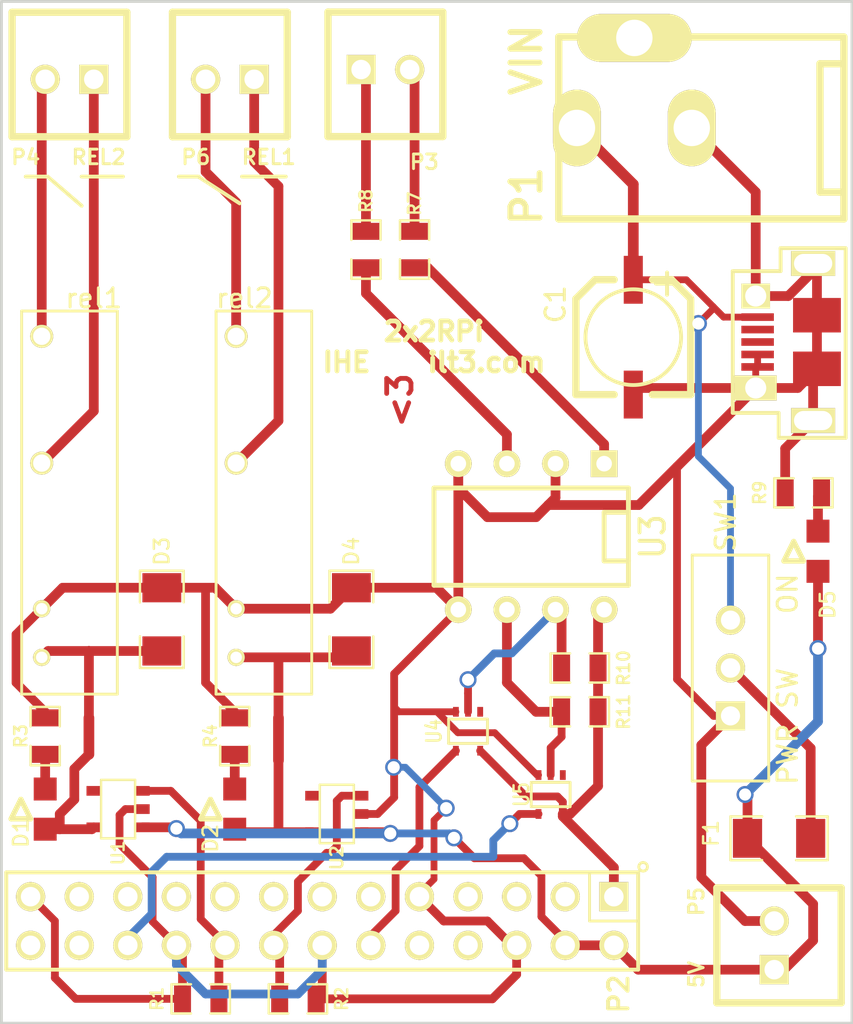
<source format=kicad_pcb>
(kicad_pcb (version 3) (host pcbnew "(2013-mar-13)-testing")

  (general
    (links 74)
    (no_connects 0)
    (area 101.524999 50.724999 146.125001 104.215001)
    (thickness 1.6)
    (drawings 16)
    (tracks 258)
    (zones 0)
    (modules 31)
    (nets 43)
  )

  (page USLetter)
  (title_block 
    (title 2x2RPi)
    (rev 01)
    (company "I Heart Engineering")
    (comment 1 "Designed by Carlos Chinchilla")
  )

  (layers
    (15 F.Cu signal)
    (0 B.Cu signal)
    (16 B.Adhes user)
    (17 F.Adhes user)
    (18 B.Paste user)
    (19 F.Paste user)
    (20 B.SilkS user)
    (21 F.SilkS user)
    (22 B.Mask user)
    (23 F.Mask user)
    (24 Dwgs.User user hide)
    (25 Cmts.User user)
    (26 Eco1.User user)
    (27 Eco2.User user)
    (28 Edge.Cuts user)
  )

  (setup
    (last_trace_width 0.5588)
    (trace_clearance 0.254)
    (zone_clearance 0.508)
    (zone_45_only no)
    (trace_min 0.254)
    (segment_width 0.2)
    (edge_width 0.15)
    (via_size 0.889)
    (via_drill 0.635)
    (via_min_size 0.889)
    (via_min_drill 0.508)
    (uvia_size 0.508)
    (uvia_drill 0.127)
    (uvias_allowed no)
    (uvia_min_size 0.508)
    (uvia_min_drill 0.127)
    (pcb_text_width 0.3)
    (pcb_text_size 1 1)
    (mod_edge_width 0.15)
    (mod_text_size 1 1)
    (mod_text_width 0.15)
    (pad_size 1.524 1.524)
    (pad_drill 1.016)
    (pad_to_mask_clearance 0)
    (aux_axis_origin 101.6 104.14)
    (visible_elements 7FFFFFFF)
    (pcbplotparams
      (layerselection 279478273)
      (usegerberextensions false)
      (excludeedgelayer false)
      (linewidth 152400)
      (plotframeref false)
      (viasonmask false)
      (mode 1)
      (useauxorigin true)
      (hpglpennumber 1)
      (hpglpenspeed 20)
      (hpglpendiameter 15)
      (hpglpenoverlay 2)
      (psnegative false)
      (psa4output false)
      (plotreference false)
      (plotvalue false)
      (plotothertext false)
      (plotinvisibletext false)
      (padsonsilk false)
      (subtractmaskfromsilk false)
      (outputformat 1)
      (mirror false)
      (drillshape 0)
      (scaleselection 1)
      (outputdirectory gerbers/))
  )

  (net 0 "")
  (net 1 /3V3)
  (net 2 /5V-RPI)
  (net 3 /5V-Relay1)
  (net 4 /5V-Relay2)
  (net 5 /5Vreg)
  (net 6 /GPIO_18)
  (net 7 /GPIO_23)
  (net 8 /GPIO_24)
  (net 9 /GPIO_25)
  (net 10 /IN_18)
  (net 11 /IN_25)
  (net 12 GND)
  (net 13 N-000001)
  (net 14 N-0000010)
  (net 15 N-0000011)
  (net 16 N-0000013)
  (net 17 N-0000014)
  (net 18 N-0000015)
  (net 19 N-0000016)
  (net 20 N-0000017)
  (net 21 N-0000018)
  (net 22 N-000002)
  (net 23 N-0000020)
  (net 24 N-0000021)
  (net 25 N-0000023)
  (net 26 N-0000026)
  (net 27 N-0000027)
  (net 28 N-0000028)
  (net 29 N-0000029)
  (net 30 N-000003)
  (net 31 N-0000031)
  (net 32 N-0000032)
  (net 33 N-0000033)
  (net 34 N-0000034)
  (net 35 N-000004)
  (net 36 N-0000040)
  (net 37 N-0000041)
  (net 38 N-000005)
  (net 39 N-000006)
  (net 40 N-000007)
  (net 41 N-000008)
  (net 42 N-000009)

  (net_class Default "This is the default net class."
    (clearance 0.254)
    (trace_width 0.5588)
    (via_dia 0.889)
    (via_drill 0.635)
    (uvia_dia 0.508)
    (uvia_drill 0.127)
    (add_net "")
    (add_net /3V3)
    (add_net /5V-RPI)
    (add_net /5V-Relay1)
    (add_net /5V-Relay2)
    (add_net /5Vreg)
    (add_net /GPIO_18)
    (add_net /GPIO_23)
    (add_net /GPIO_24)
    (add_net /GPIO_25)
    (add_net /IN_18)
    (add_net /IN_25)
    (add_net GND)
    (add_net N-000001)
    (add_net N-0000010)
    (add_net N-0000011)
    (add_net N-0000013)
    (add_net N-0000014)
    (add_net N-0000015)
    (add_net N-0000016)
    (add_net N-0000017)
    (add_net N-0000018)
    (add_net N-000002)
    (add_net N-0000020)
    (add_net N-0000021)
    (add_net N-0000023)
    (add_net N-0000026)
    (add_net N-0000027)
    (add_net N-0000028)
    (add_net N-0000029)
    (add_net N-000003)
    (add_net N-0000031)
    (add_net N-0000032)
    (add_net N-0000033)
    (add_net N-0000034)
    (add_net N-000004)
    (add_net N-0000040)
    (add_net N-0000041)
    (add_net N-000005)
    (add_net N-000006)
    (add_net N-000007)
    (add_net N-000008)
    (add_net N-000009)
  )

  (module SM0805_NonPol (layer F.Cu) (tedit 51C359FF) (tstamp 510A693B)
    (at 113.792 89.154 270)
    (path /51C32F88)
    (attr smd)
    (fp_text reference R4 (at 0 1.27 450) (layer F.SilkS)
      (effects (font (size 0.635 0.635) (thickness 0.127)))
    )
    (fp_text value 330 (at 0 0.59944 270) (layer F.SilkS) hide
      (effects (font (size 0.635 0.635) (thickness 0.127)))
    )
    (fp_line (start -0.508 0.762) (end -1.524 0.762) (layer F.SilkS) (width 0.127))
    (fp_line (start -1.524 0.762) (end -1.524 -0.762) (layer F.SilkS) (width 0.127))
    (fp_line (start -1.524 -0.762) (end -0.508 -0.762) (layer F.SilkS) (width 0.127))
    (fp_line (start 0.508 -0.762) (end 1.524 -0.762) (layer F.SilkS) (width 0.127))
    (fp_line (start 1.524 -0.762) (end 1.524 0.762) (layer F.SilkS) (width 0.127))
    (fp_line (start 1.524 0.762) (end 0.508 0.762) (layer F.SilkS) (width 0.127))
    (pad 1 smd rect (at -0.9525 0 270) (size 0.889 1.397)
      (layers F.Cu F.Paste F.Mask)
      (net 12 GND)
    )
    (pad 2 smd rect (at 0.9525 0 270) (size 0.889 1.397)
      (layers F.Cu F.Paste F.Mask)
      (net 25 N-0000023)
    )
    (model smd/chip_cms.wrl
      (at (xyz 0 0 0))
      (scale (xyz 0.1 0.1 0.1))
      (rotate (xyz 0 0 0))
    )
  )

  (module SW_Slide_6x2mm (layer F.Cu) (tedit 51C358BC) (tstamp 510A6907)
    (at 139.7 85.598 90)
    (descr "Connecteur 3 pins")
    (tags "CONN DEV")
    (path /50F71423)
    (fp_text reference SW1 (at 7.62 -0.254 270) (layer F.SilkS)
      (effects (font (size 1.016 1.016) (thickness 0.1524)))
    )
    (fp_text value "PWR SW" (at -3.048 2.9845 90) (layer F.SilkS)
      (effects (font (size 1.016 1.016) (thickness 0.1524)))
    )
    (fp_text user ON (at 3.8735 2.9845 90) (layer F.SilkS)
      (effects (font (size 1 1) (thickness 0.15)))
    )
    (fp_line (start -5.89788 1.99898) (end -5.89788 -1.99898) (layer F.SilkS) (width 0.1524))
    (fp_line (start -5.89788 -1.99898) (end 5.89788 -1.99898) (layer F.SilkS) (width 0.1524))
    (fp_line (start 5.89788 -1.99898) (end 5.89788 1.99898) (layer F.SilkS) (width 0.1524))
    (fp_line (start 5.89788 1.99898) (end -5.89788 1.99898) (layer F.SilkS) (width 0.1524))
    (pad 1 thru_hole rect (at -2.49936 0 90) (size 1.524 1.524) (drill 0.998218)
      (layers *.Cu *.Mask F.SilkS)
      (net 12 GND)
    )
    (pad 2 thru_hole circle (at 0 0 90) (size 1.524 1.524) (drill 1.016)
      (layers *.Cu *.Mask F.SilkS)
      (net 21 N-0000018)
    )
    (pad 3 thru_hole circle (at 2.49936 0 90) (size 1.524 1.524) (drill 0.998218)
      (layers *.Cu *.Mask F.SilkS)
      (net 5 /5Vreg)
    )
    (model pin_array/pins_array_3x1.wrl
      (at (xyz 0 0 0))
      (scale (xyz 1 1 1))
      (rotate (xyz 0 0 0))
    )
  )

  (module pin_array_13x2 (layer F.Cu) (tedit 51C3568A) (tstamp 510A69D5)
    (at 118.364 98.806 180)
    (descr "2 x 13 pins connector")
    (tags CONN)
    (path /50F6FFFF)
    (fp_text reference P2 (at -15.494 -3.81 270) (layer F.SilkS)
      (effects (font (size 1.016 1.016) (thickness 0.2032)))
    )
    (fp_text value CONN_13X2 (at -0.254 0 180) (layer F.SilkS) hide
      (effects (font (size 1.016 1.016) (thickness 0.2032)))
    )
    (fp_line (start -16.51 0) (end -13.97 0) (layer F.SilkS) (width 0.15))
    (fp_line (start -13.97 0) (end -13.97 2.54) (layer F.SilkS) (width 0.15))
    (fp_circle (center -16.77 2.83) (end -16.56 2.75) (layer F.SilkS) (width 0.15))
    (fp_line (start -16.51 2.54) (end 16.51 2.54) (layer F.SilkS) (width 0.2032))
    (fp_line (start 16.51 -2.54) (end -16.51 -2.54) (layer F.SilkS) (width 0.2032))
    (fp_line (start -16.51 -2.54) (end -16.51 2.54) (layer F.SilkS) (width 0.2032))
    (fp_line (start 16.51 2.54) (end 16.51 -2.54) (layer F.SilkS) (width 0.2032))
    (pad 1 thru_hole rect (at -15.24 1.27 180) (size 1.524 1.524) (drill 1.016)
      (layers *.Cu *.Mask F.SilkS)
      (net 1 /3V3)
    )
    (pad 2 thru_hole circle (at -15.24 -1.27 180) (size 1.524 1.524) (drill 1.016)
      (layers *.Cu *.Mask F.SilkS)
      (net 2 /5V-RPI)
    )
    (pad 3 thru_hole circle (at -12.7 1.27 180) (size 1.524 1.524) (drill 1.016)
      (layers *.Cu *.Mask F.SilkS)
      (net 16 N-0000013)
    )
    (pad 4 thru_hole circle (at -12.7 -1.27 180) (size 1.524 1.524) (drill 1.016)
      (layers *.Cu *.Mask F.SilkS)
      (net 2 /5V-RPI)
    )
    (pad 5 thru_hole circle (at -10.16 1.27 180) (size 1.524 1.524) (drill 1.016)
      (layers *.Cu *.Mask F.SilkS)
      (net 17 N-0000014)
    )
    (pad 6 thru_hole circle (at -10.16 -1.27 180) (size 1.524 1.524) (drill 1.016)
      (layers *.Cu *.Mask F.SilkS)
      (net 12 GND)
    )
    (pad 7 thru_hole circle (at -7.62 1.27 180) (size 1.524 1.524) (drill 1.016)
      (layers *.Cu *.Mask F.SilkS)
      (net 18 N-0000015)
    )
    (pad 8 thru_hole circle (at -7.62 -1.27 180) (size 1.524 1.524) (drill 1.016)
      (layers *.Cu *.Mask F.SilkS)
      (net 13 N-000001)
    )
    (pad 9 thru_hole circle (at -5.08 1.27 180) (size 1.524 1.524) (drill 1.016)
      (layers *.Cu *.Mask F.SilkS)
      (net 12 GND)
    )
    (pad 10 thru_hole circle (at -5.08 -1.27 180) (size 1.524 1.524) (drill 1.016)
      (layers *.Cu *.Mask F.SilkS)
      (net 42 N-000009)
    )
    (pad 11 thru_hole circle (at -2.54 1.27 180) (size 1.524 1.524) (drill 1.016)
      (layers *.Cu *.Mask F.SilkS)
      (net 19 N-0000016)
    )
    (pad 12 thru_hole circle (at -2.54 -1.27 180) (size 1.524 1.524) (drill 1.016)
      (layers *.Cu *.Mask F.SilkS)
      (net 6 /GPIO_18)
    )
    (pad 13 thru_hole circle (at 0 1.27 180) (size 1.524 1.524) (drill 1.016)
      (layers *.Cu *.Mask F.SilkS)
      (net 14 N-0000010)
    )
    (pad 14 thru_hole circle (at 0 -1.27 180) (size 1.524 1.524) (drill 1.016)
      (layers *.Cu *.Mask F.SilkS)
      (net 12 GND)
    )
    (pad 15 thru_hole circle (at 2.54 1.27 180) (size 1.524 1.524) (drill 1.016)
      (layers *.Cu *.Mask F.SilkS)
      (net 22 N-000002)
    )
    (pad 16 thru_hole circle (at 2.54 -1.27 180) (size 1.524 1.524) (drill 1.016)
      (layers *.Cu *.Mask F.SilkS)
      (net 7 /GPIO_23)
    )
    (pad 17 thru_hole circle (at 5.08 1.27 180) (size 1.524 1.524) (drill 1.016)
      (layers *.Cu *.Mask F.SilkS)
      (net 30 N-000003)
    )
    (pad 18 thru_hole circle (at 5.08 -1.27 180) (size 1.524 1.524) (drill 1.016)
      (layers *.Cu *.Mask F.SilkS)
      (net 8 /GPIO_24)
    )
    (pad 19 thru_hole circle (at 7.62 1.27 180) (size 1.524 1.524) (drill 1.016)
      (layers *.Cu *.Mask F.SilkS)
      (net 35 N-000004)
    )
    (pad 20 thru_hole circle (at 7.62 -1.27 180) (size 1.524 1.524) (drill 1.016)
      (layers *.Cu *.Mask F.SilkS)
      (net 12 GND)
    )
    (pad 21 thru_hole circle (at 10.16 1.27 180) (size 1.524 1.524) (drill 1.016)
      (layers *.Cu *.Mask F.SilkS)
      (net 38 N-000005)
    )
    (pad 22 thru_hole circle (at 10.16 -1.27 180) (size 1.524 1.524) (drill 1.016)
      (layers *.Cu *.Mask F.SilkS)
      (net 9 /GPIO_25)
    )
    (pad 23 thru_hole circle (at 12.7 1.27 180) (size 1.524 1.524) (drill 1.016)
      (layers *.Cu *.Mask F.SilkS)
      (net 39 N-000006)
    )
    (pad 24 thru_hole circle (at 12.7 -1.27 180) (size 1.524 1.524) (drill 1.016)
      (layers *.Cu *.Mask F.SilkS)
      (net 41 N-000008)
    )
    (pad 25 thru_hole circle (at 15.24 1.27 180) (size 1.524 1.524) (drill 1.016)
      (layers *.Cu *.Mask F.SilkS)
      (net 12 GND)
    )
    (pad 26 thru_hole circle (at 15.24 -1.27 180) (size 1.524 1.524) (drill 1.016)
      (layers *.Cu *.Mask F.SilkS)
      (net 40 N-000007)
    )
    (model pin_array/pins_array_13x2.wrl
      (at (xyz 0 0 0))
      (scale (xyz 1 1 1))
      (rotate (xyz 0 0 0))
    )
  )

  (module SOT23-5 (layer F.Cu) (tedit 51C35A06) (tstamp 510A6922)
    (at 119.126 93.218 90)
    (path /50F73BFD)
    (attr smd)
    (fp_text reference U2 (at -2.286 0 90) (layer F.SilkS)
      (effects (font (size 0.635 0.635) (thickness 0.127)))
    )
    (fp_text value LowCurVReg (at 0 0 180) (layer F.SilkS) hide
      (effects (font (size 0.635 0.635) (thickness 0.127)))
    )
    (fp_line (start 1.524 -0.889) (end 1.524 0.889) (layer F.SilkS) (width 0.127))
    (fp_line (start 1.524 0.889) (end -1.524 0.889) (layer F.SilkS) (width 0.127))
    (fp_line (start -1.524 0.889) (end -1.524 -0.889) (layer F.SilkS) (width 0.127))
    (fp_line (start -1.524 -0.889) (end 1.524 -0.889) (layer F.SilkS) (width 0.127))
    (pad 1 smd rect (at -0.9525 1.27 90) (size 0.508 0.762)
      (layers F.Cu F.Paste F.Mask)
      (net 2 /5V-RPI)
    )
    (pad 3 smd rect (at 0.9525 1.27 90) (size 0.508 0.762)
      (layers F.Cu F.Paste F.Mask)
      (net 7 /GPIO_23)
    )
    (pad 5 smd rect (at -0.9525 -1.27 90) (size 0.508 0.762)
      (layers F.Cu F.Paste F.Mask)
      (net 3 /5V-Relay1)
    )
    (pad 2 smd rect (at 0 1.27 90) (size 0.508 0.762)
      (layers F.Cu F.Paste F.Mask)
      (net 12 GND)
    )
    (pad 4 smd rect (at 0.9525 -1.27 90) (size 0.508 0.762)
      (layers F.Cu F.Paste F.Mask)
    )
    (model smd/SOT23_5.wrl
      (at (xyz 0 0 0))
      (scale (xyz 0.1 0.1 0.1))
      (rotate (xyz 0 0 0))
    )
  )

  (module SOT23-5 (layer F.Cu) (tedit 51C359E7) (tstamp 510A692F)
    (at 107.696 92.964 90)
    (path /51096935)
    (attr smd)
    (fp_text reference U1 (at -2.286 0 90) (layer F.SilkS)
      (effects (font (size 0.635 0.635) (thickness 0.127)))
    )
    (fp_text value LowCurVReg (at 0 0 180) (layer F.SilkS) hide
      (effects (font (size 0.635 0.635) (thickness 0.127)))
    )
    (fp_line (start 1.524 -0.889) (end 1.524 0.889) (layer F.SilkS) (width 0.127))
    (fp_line (start 1.524 0.889) (end -1.524 0.889) (layer F.SilkS) (width 0.127))
    (fp_line (start -1.524 0.889) (end -1.524 -0.889) (layer F.SilkS) (width 0.127))
    (fp_line (start -1.524 -0.889) (end 1.524 -0.889) (layer F.SilkS) (width 0.127))
    (pad 1 smd rect (at -0.9525 1.27 90) (size 0.508 0.762)
      (layers F.Cu F.Paste F.Mask)
      (net 2 /5V-RPI)
    )
    (pad 3 smd rect (at 0.9525 1.27 90) (size 0.508 0.762)
      (layers F.Cu F.Paste F.Mask)
      (net 8 /GPIO_24)
    )
    (pad 5 smd rect (at -0.9525 -1.27 90) (size 0.508 0.762)
      (layers F.Cu F.Paste F.Mask)
      (net 4 /5V-Relay2)
    )
    (pad 2 smd rect (at 0 1.27 90) (size 0.508 0.762)
      (layers F.Cu F.Paste F.Mask)
      (net 12 GND)
    )
    (pad 4 smd rect (at 0.9525 -1.27 90) (size 0.508 0.762)
      (layers F.Cu F.Paste F.Mask)
    )
    (model smd/SOT23_5.wrl
      (at (xyz 0 0 0))
      (scale (xyz 0.1 0.1 0.1))
      (rotate (xyz 0 0 0))
    )
  )

  (module SM0805_NonPol (layer F.Cu) (tedit 51C359EF) (tstamp 510A6947)
    (at 103.886 89.154 270)
    (path /51C3327B)
    (attr smd)
    (fp_text reference R3 (at 0 1.27 450) (layer F.SilkS)
      (effects (font (size 0.635 0.635) (thickness 0.127)))
    )
    (fp_text value 330 (at 0 0 270) (layer F.SilkS) hide
      (effects (font (size 0.635 0.635) (thickness 0.127)))
    )
    (fp_line (start -0.508 0.762) (end -1.524 0.762) (layer F.SilkS) (width 0.127))
    (fp_line (start -1.524 0.762) (end -1.524 -0.762) (layer F.SilkS) (width 0.127))
    (fp_line (start -1.524 -0.762) (end -0.508 -0.762) (layer F.SilkS) (width 0.127))
    (fp_line (start 0.508 -0.762) (end 1.524 -0.762) (layer F.SilkS) (width 0.127))
    (fp_line (start 1.524 -0.762) (end 1.524 0.762) (layer F.SilkS) (width 0.127))
    (fp_line (start 1.524 0.762) (end 0.508 0.762) (layer F.SilkS) (width 0.127))
    (pad 1 smd rect (at -0.9525 0 270) (size 0.889 1.397)
      (layers F.Cu F.Paste F.Mask)
      (net 12 GND)
    )
    (pad 2 smd rect (at 0.9525 0 270) (size 0.889 1.397)
      (layers F.Cu F.Paste F.Mask)
      (net 15 N-0000011)
    )
    (model smd/chip_cms.wrl
      (at (xyz 0 0 0))
      (scale (xyz 0.1 0.1 0.1))
      (rotate (xyz 0 0 0))
    )
  )

  (module SM0805_NonPol (layer F.Cu) (tedit 51C354C3) (tstamp 510A6953)
    (at 112.014 102.87)
    (path /51BA185F)
    (attr smd)
    (fp_text reference R1 (at -2.286 0 90) (layer F.SilkS)
      (effects (font (size 0.635 0.635) (thickness 0.127)))
    )
    (fp_text value 1k (at 0 0.59944) (layer F.SilkS) hide
      (effects (font (size 0.635 0.635) (thickness 0.127)))
    )
    (fp_line (start -0.508 0.762) (end -1.524 0.762) (layer F.SilkS) (width 0.127))
    (fp_line (start -1.524 0.762) (end -1.524 -0.762) (layer F.SilkS) (width 0.127))
    (fp_line (start -1.524 -0.762) (end -0.508 -0.762) (layer F.SilkS) (width 0.127))
    (fp_line (start 0.508 -0.762) (end 1.524 -0.762) (layer F.SilkS) (width 0.127))
    (fp_line (start 1.524 -0.762) (end 1.524 0.762) (layer F.SilkS) (width 0.127))
    (fp_line (start 1.524 0.762) (end 0.508 0.762) (layer F.SilkS) (width 0.127))
    (pad 1 smd rect (at -0.9525 0) (size 0.889 1.397)
      (layers F.Cu F.Paste F.Mask)
      (net 12 GND)
    )
    (pad 2 smd rect (at 0.9525 0) (size 0.889 1.397)
      (layers F.Cu F.Paste F.Mask)
      (net 8 /GPIO_24)
    )
    (model smd/chip_cms.wrl
      (at (xyz 0 0 0))
      (scale (xyz 0.1 0.1 0.1))
      (rotate (xyz 0 0 0))
    )
  )

  (module SM0805_NonPol (layer F.Cu) (tedit 51C354C6) (tstamp 510A695F)
    (at 117.094 102.87 180)
    (path /51BA1865)
    (attr smd)
    (fp_text reference R2 (at -2.286 0 270) (layer F.SilkS)
      (effects (font (size 0.635 0.635) (thickness 0.127)))
    )
    (fp_text value 1k (at 0 0.59944 180) (layer F.SilkS) hide
      (effects (font (size 0.635 0.635) (thickness 0.127)))
    )
    (fp_line (start -0.508 0.762) (end -1.524 0.762) (layer F.SilkS) (width 0.127))
    (fp_line (start -1.524 0.762) (end -1.524 -0.762) (layer F.SilkS) (width 0.127))
    (fp_line (start -1.524 -0.762) (end -0.508 -0.762) (layer F.SilkS) (width 0.127))
    (fp_line (start 0.508 -0.762) (end 1.524 -0.762) (layer F.SilkS) (width 0.127))
    (fp_line (start 1.524 -0.762) (end 1.524 0.762) (layer F.SilkS) (width 0.127))
    (fp_line (start 1.524 0.762) (end 0.508 0.762) (layer F.SilkS) (width 0.127))
    (pad 1 smd rect (at -0.9525 0 180) (size 0.889 1.397)
      (layers F.Cu F.Paste F.Mask)
      (net 12 GND)
    )
    (pad 2 smd rect (at 0.9525 0 180) (size 0.889 1.397)
      (layers F.Cu F.Paste F.Mask)
      (net 7 /GPIO_23)
    )
    (model smd/chip_cms.wrl
      (at (xyz 0 0 0))
      (scale (xyz 0.1 0.1 0.1))
      (rotate (xyz 0 0 0))
    )
  )

  (module Relay (layer F.Cu) (tedit 51B90C42) (tstamp 510A696B)
    (at 105.156 76.962 90)
    (path /51096945)
    (fp_text reference rel1 (at 10.668 1.27 180) (layer F.SilkS)
      (effects (font (size 1 1) (thickness 0.15)))
    )
    (fp_text value RELAY (at -6.01 0.67 90) (layer F.SilkS) hide
      (effects (font (size 1 1) (thickness 0.15)))
    )
    (fp_line (start -10 -2.5) (end -10 2.5) (layer F.SilkS) (width 0.15))
    (fp_line (start -10 2.5) (end 10 2.5) (layer F.SilkS) (width 0.15))
    (fp_line (start 10 2.5) (end 10 -2.5) (layer F.SilkS) (width 0.15))
    (fp_line (start 10 -2.5) (end -10 -2.5) (layer F.SilkS) (width 0.15))
    (pad 4 thru_hole circle (at 8.68 -1.45 90) (size 1.2 1.2) (drill 0.9)
      (layers *.Cu *.Mask F.SilkS)
      (net 27 N-0000027)
    )
    (pad 3 thru_hole circle (at 2.06 -1.45 90) (size 1.2 1.2) (drill 0.9)
      (layers *.Cu *.Mask F.SilkS)
      (net 26 N-0000026)
    )
    (pad 1 thru_hole circle (at -8.08 -1.45 90) (size 0.9 0.9) (drill 0.599998)
      (layers *.Cu *.Mask F.SilkS)
      (net 4 /5V-Relay2)
    )
    (pad 2 thru_hole circle (at -5.54 -1.45 90) (size 0.9 0.9) (drill 0.599998)
      (layers *.Cu *.Mask F.SilkS)
      (net 12 GND)
    )
  )

  (module Relay (layer F.Cu) (tedit 51B90C46) (tstamp 510A6977)
    (at 115.316 76.962 90)
    (path /50F73F7C)
    (fp_text reference rel2 (at 10.668 -1.016 180) (layer F.SilkS)
      (effects (font (size 1 1) (thickness 0.15)))
    )
    (fp_text value RELAY (at -6.01 0.67 90) (layer F.SilkS) hide
      (effects (font (size 1 1) (thickness 0.15)))
    )
    (fp_line (start -10 -2.5) (end -10 2.5) (layer F.SilkS) (width 0.15))
    (fp_line (start -10 2.5) (end 10 2.5) (layer F.SilkS) (width 0.15))
    (fp_line (start 10 2.5) (end 10 -2.5) (layer F.SilkS) (width 0.15))
    (fp_line (start 10 -2.5) (end -10 -2.5) (layer F.SilkS) (width 0.15))
    (pad 4 thru_hole circle (at 8.68 -1.45 90) (size 1.2 1.2) (drill 0.9)
      (layers *.Cu *.Mask F.SilkS)
      (net 28 N-0000028)
    )
    (pad 3 thru_hole circle (at 2.06 -1.45 90) (size 1.2 1.2) (drill 0.9)
      (layers *.Cu *.Mask F.SilkS)
      (net 29 N-0000029)
    )
    (pad 1 thru_hole circle (at -8.08 -1.45 90) (size 0.9 0.9) (drill 0.599998)
      (layers *.Cu *.Mask F.SilkS)
      (net 3 /5V-Relay1)
    )
    (pad 2 thru_hole circle (at -5.54 -1.45 90) (size 0.9 0.9) (drill 0.599998)
      (layers *.Cu *.Mask F.SilkS)
      (net 12 GND)
    )
  )

  (module SOT353 (layer F.Cu) (tedit 51C35906) (tstamp 510A6915)
    (at 130.302 92.202 270)
    (descr SOT353)
    (path /511000CE)
    (attr smd)
    (fp_text reference U5 (at 0 1.524 270) (layer F.SilkS)
      (effects (font (size 0.762 0.635) (thickness 0.127)))
    )
    (fp_text value INVERTER-1CH (at 0.09906 0 270) (layer F.SilkS) hide
      (effects (font (size 0.762 0.635) (thickness 0.127)))
    )
    (fp_line (start 0.635 1.016) (end 0.635 -1.016) (layer F.SilkS) (width 0.1524))
    (fp_line (start 0.635 -1.016) (end -0.635 -1.016) (layer F.SilkS) (width 0.1524))
    (fp_line (start -0.635 -1.016) (end -0.635 1.016) (layer F.SilkS) (width 0.1524))
    (fp_line (start -0.635 1.016) (end 0.635 1.016) (layer F.SilkS) (width 0.1524))
    (pad 1 smd rect (at -1.016 -0.635 270) (size 0.508 0.3048)
      (layers F.Cu F.Paste F.Mask)
      (net 37 N-0000041)
    )
    (pad 3 smd rect (at -1.016 0.635 270) (size 0.508 0.3048)
      (layers F.Cu F.Paste F.Mask)
      (net 12 GND)
    )
    (pad 5 smd rect (at 1.016 -0.635 270) (size 0.508 0.3048)
      (layers F.Cu F.Paste F.Mask)
      (net 1 /3V3)
    )
    (pad 2 smd rect (at -1.016 0 270) (size 0.508 0.3048)
      (layers F.Cu F.Paste F.Mask)
      (net 31 N-0000031)
    )
    (pad 4 smd rect (at 1.016 0.635 270) (size 0.508 0.3048)
      (layers F.Cu F.Paste F.Mask)
      (net 9 /GPIO_25)
    )
    (model smd/SOT23_5.wrl
      (at (xyz 0 0 0))
      (scale (xyz 0.07000000000000001 0.09 0.08))
      (rotate (xyz 0 0 90))
    )
  )

  (module "PIN_ARRAY_2X1_Screw Terminal" (layer F.Cu) (tedit 51100ECA) (tstamp 510A6981)
    (at 105.156 54.864 180)
    (descr "Connecteurs 2 pins")
    (tags "CONN DEV")
    (path /5109694B)
    (fp_text reference P4 (at 2.286 -4.064 180) (layer F.SilkS)
      (effects (font (size 0.762 0.762) (thickness 0.1524)))
    )
    (fp_text value REL2 (at -1.524 -4.064 180) (layer F.SilkS)
      (effects (font (size 0.762 0.762) (thickness 0.1524)))
    )
    (fp_line (start -2.99974 -2.99974) (end -2.99974 3.50012) (layer F.SilkS) (width 0.381))
    (fp_line (start -2.99974 3.50012) (end 2.99974 3.50012) (layer F.SilkS) (width 0.381))
    (fp_line (start 2.99974 3.50012) (end 2.99974 -2.99974) (layer F.SilkS) (width 0.381))
    (fp_line (start 2.99974 -2.99974) (end -2.99974 -2.99974) (layer F.SilkS) (width 0.381))
    (pad 1 thru_hole rect (at -1.27 0 180) (size 1.524 1.524) (drill 1.016)
      (layers *.Cu *.Mask F.SilkS)
      (net 26 N-0000026)
    )
    (pad 2 thru_hole circle (at 1.27 0 180) (size 1.524 1.524) (drill 1.016)
      (layers *.Cu *.Mask F.SilkS)
      (net 27 N-0000027)
    )
    (model pin_array/pins_array_2x1.wrl
      (at (xyz 0 0 0))
      (scale (xyz 1 1 1))
      (rotate (xyz 0 0 0))
    )
  )

  (module "PIN_ARRAY_2X1_Screw Terminal" (layer F.Cu) (tedit 51100C78) (tstamp 51C40A7E)
    (at 141.986 100.076 90)
    (descr "Connecteurs 2 pins")
    (tags "CONN DEV")
    (path /50F7406E)
    (fp_text reference P5 (at 2.286 -4.064 90) (layer F.SilkS)
      (effects (font (size 0.762 0.762) (thickness 0.1524)))
    )
    (fp_text value 5V (at -1.524 -4.064 90) (layer F.SilkS)
      (effects (font (size 0.762 0.762) (thickness 0.1524)))
    )
    (fp_line (start -2.99974 -2.99974) (end -2.99974 3.50012) (layer F.SilkS) (width 0.381))
    (fp_line (start -2.99974 3.50012) (end 2.99974 3.50012) (layer F.SilkS) (width 0.381))
    (fp_line (start 2.99974 3.50012) (end 2.99974 -2.99974) (layer F.SilkS) (width 0.381))
    (fp_line (start 2.99974 -2.99974) (end -2.99974 -2.99974) (layer F.SilkS) (width 0.381))
    (pad 1 thru_hole rect (at -1.27 0 90) (size 1.524 1.524) (drill 1.016)
      (layers *.Cu *.Mask F.SilkS)
      (net 2 /5V-RPI)
    )
    (pad 2 thru_hole circle (at 1.27 0 90) (size 1.524 1.524) (drill 1.016)
      (layers *.Cu *.Mask F.SilkS)
      (net 12 GND)
    )
    (model pin_array/pins_array_2x1.wrl
      (at (xyz 0 0 0))
      (scale (xyz 1 1 1))
      (rotate (xyz 0 0 0))
    )
  )

  (module PJ-102A (layer F.Cu) (tedit 51C352E5) (tstamp 51C40A8D)
    (at 138.176 57.404 180)
    (path /50F708FB)
    (fp_text reference P1 (at 9.144 -3.556 270) (layer F.SilkS)
      (effects (font (thickness 0.3048)))
    )
    (fp_text value VIN (at 9.144 3.556 270) (layer F.SilkS)
      (effects (font (thickness 0.3048)))
    )
    (fp_line (start -7.29996 -3.35026) (end -6.20014 -3.35026) (layer F.SilkS) (width 0.381))
    (fp_line (start -6.20014 -3.35026) (end -6.20014 3.35026) (layer F.SilkS) (width 0.381))
    (fp_line (start -6.20014 3.35026) (end -7.2009 3.35026) (layer F.SilkS) (width 0.381))
    (fp_line (start -7.44982 -4.7498) (end 7.44982 -4.7498) (layer F.SilkS) (width 0.381))
    (fp_line (start 7.44982 -4.7498) (end 7.44982 4.7498) (layer F.SilkS) (width 0.381))
    (fp_line (start 7.44982 4.7498) (end -7.44982 4.7498) (layer F.SilkS) (width 0.381))
    (fp_line (start -7.44982 4.7498) (end -7.44982 -4.7498) (layer F.SilkS) (width 0.381))
    (pad 3 thru_hole oval (at 3.50012 4.699 180) (size 5.99948 2.49936) (drill 1.89992)
      (layers *.Cu *.Mask F.SilkS)
    )
    (pad 2 thru_hole oval (at 0.50038 0 180) (size 2.49936 4.0005) (drill 1.89992)
      (layers *.Cu *.Mask F.SilkS)
      (net 12 GND)
    )
    (pad 1 thru_hole oval (at 6.49986 0 180) (size 2.49936 4.0005) (drill 1.89992)
      (layers *.Cu *.Mask F.SilkS)
      (net 5 /5Vreg)
    )
  )

  (module "LED SMD 0805" (layer F.Cu) (tedit 51C3557A) (tstamp 51C2A6D8)
    (at 103.886 92.964 90)
    (descr "LED 0805 smd package")
    (tags "LED 0805 SMD")
    (path /51C33263)
    (attr smd)
    (fp_text reference D1 (at -1.27 -1.27 90) (layer F.SilkS)
      (effects (font (size 0.762 0.762) (thickness 0.127)))
    )
    (fp_text value LED (at 0 0 90) (layer F.SilkS) hide
      (effects (font (size 0.762 0.762) (thickness 0.127)))
    )
    (fp_line (start -0.508 -1.778) (end 0.508 -1.27) (layer F.SilkS) (width 0.27686))
    (fp_line (start 0.508 -1.27) (end -0.508 -0.762) (layer F.SilkS) (width 0.27686))
    (fp_line (start -0.508 -0.762) (end -0.508 -1.778) (layer F.SilkS) (width 0.27686))
    (pad 1 smd rect (at -1.04902 0 90) (size 1.19888 1.19888)
      (layers F.Cu F.Paste F.Mask)
      (net 4 /5V-Relay2)
    )
    (pad 2 smd rect (at 1.04902 0 90) (size 1.19888 1.19888)
      (layers F.Cu F.Paste F.Mask)
      (net 15 N-0000011)
    )
  )

  (module "LED SMD 0805" (layer F.Cu) (tedit 51C35572) (tstamp 51C2A6E1)
    (at 113.792 92.964 90)
    (descr "LED 0805 smd package")
    (tags "LED 0805 SMD")
    (path /51BA1BD1)
    (attr smd)
    (fp_text reference D2 (at -1.524 -1.27 90) (layer F.SilkS)
      (effects (font (size 0.762 0.762) (thickness 0.127)))
    )
    (fp_text value LED (at -0.254 0 90) (layer F.SilkS) hide
      (effects (font (size 0.762 0.762) (thickness 0.127)))
    )
    (fp_line (start -0.508 -1.778) (end 0.508 -1.27) (layer F.SilkS) (width 0.27686))
    (fp_line (start 0.508 -1.27) (end -0.508 -0.762) (layer F.SilkS) (width 0.27686))
    (fp_line (start -0.508 -0.762) (end -0.508 -1.778) (layer F.SilkS) (width 0.27686))
    (pad 1 smd rect (at -1.04902 0 90) (size 1.19888 1.19888)
      (layers F.Cu F.Paste F.Mask)
      (net 3 /5V-Relay1)
    )
    (pad 2 smd rect (at 1.04902 0 90) (size 1.19888 1.19888)
      (layers F.Cu F.Paste F.Mask)
      (net 25 N-0000023)
    )
  )

  (module "USB micro-female" (layer F.Cu) (tedit 5033FFAA) (tstamp 51C40A73)
    (at 144.018 68.58 180)
    (descr "USB SERIES MINI-B SURFACE MOUNTED")
    (tags "USB SERIES MINI-B SURFACE MOUNTED")
    (path /51BF833A)
    (attr smd)
    (fp_text reference J1 (at 2.84988 4.83616 270) (layer B.SilkS) hide
      (effects (font (size 1.27 1.27) (thickness 0.0889)))
    )
    (fp_text value USB (at 0 7.59968 180) (layer F.SilkS) hide
      (effects (font (size 1.016 1.016) (thickness 0.254)))
    )
    (fp_line (start -1.69926 -5.00126) (end -1.69926 4.89966) (layer F.SilkS) (width 0.20066))
    (fp_line (start -1.69926 4.89966) (end 1.69926 4.89966) (layer F.SilkS) (width 0.20066))
    (fp_line (start 1.69926 4.89966) (end 1.69926 3.70078) (layer F.SilkS) (width 0.20066))
    (fp_line (start 1.69926 3.70078) (end 4.20116 3.70078) (layer F.SilkS) (width 0.20066))
    (fp_line (start 4.20116 3.70078) (end 4.20116 -3.70078) (layer F.SilkS) (width 0.20066))
    (fp_line (start 4.20116 -3.70078) (end 1.80086 -3.70078) (layer F.SilkS) (width 0.20066))
    (fp_line (start 1.80086 -3.70078) (end 1.80086 -5.00126) (layer F.SilkS) (width 0.20066))
    (fp_line (start 1.80086 -5.00126) (end -1.69926 -5.00126) (layer F.SilkS) (width 0.20066))
    (pad 3 smd rect (at 2.90068 0 180) (size 1.69926 0.39878)
      (layers F.Cu F.Paste F.Mask)
      (net 23 N-0000020)
    )
    (pad 4 smd rect (at 2.90068 -0.65024 180) (size 1.69926 0.39878)
      (layers F.Cu F.Paste F.Mask)
      (net 12 GND)
    )
    (pad 1 smd rect (at 2.90068 1.30048 180) (size 1.69926 0.39878)
      (layers F.Cu F.Paste F.Mask)
      (net 5 /5Vreg)
    )
    (pad 6 thru_hole rect (at 0 -4.09956 270) (size 1.30048 2.30124) (drill oval 1.00076 1.99898)
      (layers *.Cu *.Mask F.SilkS)
      (net 12 GND)
    )
    (pad 6 thru_hole rect (at 2.99974 -2.4003 270) (size 1.30048 2.20218) (drill 1.09982)
      (layers *.Cu *.Mask F.SilkS)
      (net 12 GND)
    )
    (pad 6 thru_hole rect (at 0 4.09956 270) (size 1.30048 2.30124) (drill oval 1.00076 1.99898)
      (layers *.Cu *.Mask F.SilkS)
      (net 12 GND)
    )
    (pad 6 thru_hole rect (at 2.99974 2.4003 270) (size 1.30048 1.50114) (drill 1.09982)
      (layers *.Cu *.Mask F.SilkS)
      (net 12 GND)
    )
    (pad 2 smd rect (at 2.90068 0.65024 180) (size 1.69926 0.39878)
      (layers F.Cu F.Paste F.Mask)
      (net 20 N-0000017)
    )
    (pad 6 smd rect (at -0.20066 -1.39954 270) (size 1.80086 2.49936)
      (layers F.Cu F.Paste F.Mask)
      (net 12 GND)
    )
    (pad 6 smd rect (at -0.20066 1.39954 270) (size 1.80086 2.49936)
      (layers F.Cu F.Paste F.Mask)
      (net 12 GND)
    )
    (pad 5 smd rect (at 2.90068 -1.30048 180) (size 1.69926 0.39878)
      (layers F.Cu F.Paste F.Mask)
      (net 12 GND)
    )
  )

  (module SM0805_NonPol (layer F.Cu) (tedit 4FE1F6C9) (tstamp 51C2A74C)
    (at 123.19 63.754 270)
    (path /51097A13)
    (attr smd)
    (fp_text reference R7 (at -2.4003 0 270) (layer F.SilkS)
      (effects (font (size 0.635 0.635) (thickness 0.127)))
    )
    (fp_text value 680 (at 0 0.59944 270) (layer F.SilkS) hide
      (effects (font (size 0.635 0.635) (thickness 0.127)))
    )
    (fp_line (start -0.508 0.762) (end -1.524 0.762) (layer F.SilkS) (width 0.127))
    (fp_line (start -1.524 0.762) (end -1.524 -0.762) (layer F.SilkS) (width 0.127))
    (fp_line (start -1.524 -0.762) (end -0.508 -0.762) (layer F.SilkS) (width 0.127))
    (fp_line (start 0.508 -0.762) (end 1.524 -0.762) (layer F.SilkS) (width 0.127))
    (fp_line (start 1.524 -0.762) (end 1.524 0.762) (layer F.SilkS) (width 0.127))
    (fp_line (start 1.524 0.762) (end 0.508 0.762) (layer F.SilkS) (width 0.127))
    (pad 1 smd rect (at -0.9525 0 270) (size 0.889 1.397)
      (layers F.Cu F.Paste F.Mask)
      (net 10 /IN_18)
    )
    (pad 2 smd rect (at 0.9525 0 270) (size 0.889 1.397)
      (layers F.Cu F.Paste F.Mask)
      (net 34 N-0000034)
    )
    (model smd/chip_cms.wrl
      (at (xyz 0 0 0))
      (scale (xyz 0.1 0.1 0.1))
      (rotate (xyz 0 0 0))
    )
  )

  (module SM0805_NonPol (layer F.Cu) (tedit 51C35788) (tstamp 51C2A758)
    (at 120.65 63.754 270)
    (path /51097A9C)
    (attr smd)
    (fp_text reference R8 (at -2.54 0 270) (layer F.SilkS)
      (effects (font (size 0.635 0.635) (thickness 0.127)))
    )
    (fp_text value 680 (at 0 0.59944 270) (layer F.SilkS) hide
      (effects (font (size 0.635 0.635) (thickness 0.127)))
    )
    (fp_line (start -0.508 0.762) (end -1.524 0.762) (layer F.SilkS) (width 0.127))
    (fp_line (start -1.524 0.762) (end -1.524 -0.762) (layer F.SilkS) (width 0.127))
    (fp_line (start -1.524 -0.762) (end -0.508 -0.762) (layer F.SilkS) (width 0.127))
    (fp_line (start 0.508 -0.762) (end 1.524 -0.762) (layer F.SilkS) (width 0.127))
    (fp_line (start 1.524 -0.762) (end 1.524 0.762) (layer F.SilkS) (width 0.127))
    (fp_line (start 1.524 0.762) (end 0.508 0.762) (layer F.SilkS) (width 0.127))
    (pad 1 smd rect (at -0.9525 0 270) (size 0.889 1.397)
      (layers F.Cu F.Paste F.Mask)
      (net 11 /IN_25)
    )
    (pad 2 smd rect (at 0.9525 0 270) (size 0.889 1.397)
      (layers F.Cu F.Paste F.Mask)
      (net 33 N-0000033)
    )
    (model smd/chip_cms.wrl
      (at (xyz 0 0 0))
      (scale (xyz 0.1 0.1 0.1))
      (rotate (xyz 0 0 0))
    )
  )

  (module SM0805_NonPol (layer F.Cu) (tedit 51C3589C) (tstamp 51C2A764)
    (at 143.51 76.454)
    (path /51BA1E44)
    (attr smd)
    (fp_text reference R9 (at -2.286 0 90) (layer F.SilkS)
      (effects (font (size 0.635 0.635) (thickness 0.127)))
    )
    (fp_text value 1k (at 0 0.59944) (layer F.SilkS) hide
      (effects (font (size 0.635 0.635) (thickness 0.127)))
    )
    (fp_line (start -0.508 0.762) (end -1.524 0.762) (layer F.SilkS) (width 0.127))
    (fp_line (start -1.524 0.762) (end -1.524 -0.762) (layer F.SilkS) (width 0.127))
    (fp_line (start -1.524 -0.762) (end -0.508 -0.762) (layer F.SilkS) (width 0.127))
    (fp_line (start 0.508 -0.762) (end 1.524 -0.762) (layer F.SilkS) (width 0.127))
    (fp_line (start 1.524 -0.762) (end 1.524 0.762) (layer F.SilkS) (width 0.127))
    (fp_line (start 1.524 0.762) (end 0.508 0.762) (layer F.SilkS) (width 0.127))
    (pad 1 smd rect (at -0.9525 0) (size 0.889 1.397)
      (layers F.Cu F.Paste F.Mask)
      (net 12 GND)
    )
    (pad 2 smd rect (at 0.9525 0) (size 0.889 1.397)
      (layers F.Cu F.Paste F.Mask)
      (net 24 N-0000021)
    )
    (model smd/chip_cms.wrl
      (at (xyz 0 0 0))
      (scale (xyz 0.1 0.1 0.1))
      (rotate (xyz 0 0 0))
    )
  )

  (module SMD_CAP_5m (layer F.Cu) (tedit 4FFDA694) (tstamp 51C40A5B)
    (at 134.62 68.326 270)
    (path /51C33E2E)
    (attr smd)
    (fp_text reference C1 (at -1.7145 4.06654 270) (layer F.SilkS)
      (effects (font (size 1.016 1.016) (thickness 0.15748)))
    )
    (fp_text value 10uF (at 0.381 -2.286 270) (layer F.SilkS) hide
      (effects (font (size 1.016 1.016) (thickness 0.15748)))
    )
    (fp_line (start -2.99974 1.00076) (end -2.99974 1.99898) (layer F.SilkS) (width 0.381))
    (fp_line (start -2.99974 1.99898) (end -1.99898 2.99974) (layer F.SilkS) (width 0.381))
    (fp_line (start -1.99898 2.99974) (end 2.99974 2.99974) (layer F.SilkS) (width 0.381))
    (fp_line (start 2.99974 2.99974) (end 2.99974 1.00076) (layer F.SilkS) (width 0.381))
    (fp_line (start 2.99974 -1.00076) (end 2.99974 -2.99974) (layer F.SilkS) (width 0.381))
    (fp_line (start 2.99974 -2.99974) (end -1.99898 -2.99974) (layer F.SilkS) (width 0.381))
    (fp_line (start -1.99898 -2.99974) (end -2.99974 -1.99898) (layer F.SilkS) (width 0.381))
    (fp_line (start -2.99974 -1.99898) (end -2.99974 -1.00076) (layer F.SilkS) (width 0.381))
    (fp_circle (center 0 0) (end 2.49936 0) (layer F.SilkS) (width 0.19812))
    (fp_text user + (at -2.794 -1.651 270) (layer F.SilkS)
      (effects (font (thickness 0.2032)))
    )
    (pad 1 smd rect (at -2.99466 0 270) (size 2.49936 0.99822)
      (layers F.Cu F.Paste F.Mask)
      (net 5 /5Vreg)
    )
    (pad 2 smd rect (at 2.9972 0 270) (size 2.49936 0.99822)
      (layers F.Cu F.Paste F.Mask)
      (net 12 GND)
    )
    (model smd\capacitors\c_elec_8x6_5.wrl
      (at (xyz 0 0 0))
      (scale (xyz 1 1 1))
      (rotate (xyz 0 0 0))
    )
  )

  (module SM1206 (layer F.Cu) (tedit 51C356C7) (tstamp 51C40238)
    (at 109.982 83.058 270)
    (path /51C33269)
    (attr smd)
    (fp_text reference D3 (at -3.556 0 270) (layer F.SilkS)
      (effects (font (size 0.762 0.762) (thickness 0.127)))
    )
    (fp_text value DIODE (at 0 0 270) (layer F.SilkS) hide
      (effects (font (size 0.762 0.762) (thickness 0.127)))
    )
    (fp_line (start -2.54 -1.143) (end -2.54 1.143) (layer F.SilkS) (width 0.127))
    (fp_line (start -2.54 1.143) (end -0.889 1.143) (layer F.SilkS) (width 0.127))
    (fp_line (start 0.889 -1.143) (end 2.54 -1.143) (layer F.SilkS) (width 0.127))
    (fp_line (start 2.54 -1.143) (end 2.54 1.143) (layer F.SilkS) (width 0.127))
    (fp_line (start 2.54 1.143) (end 0.889 1.143) (layer F.SilkS) (width 0.127))
    (fp_line (start -0.889 -1.143) (end -2.54 -1.143) (layer F.SilkS) (width 0.127))
    (pad 1 smd rect (at -1.651 0 270) (size 1.524 2.032)
      (layers F.Cu F.Paste F.Mask)
      (net 12 GND)
    )
    (pad 2 smd rect (at 1.651 0 270) (size 1.524 2.032)
      (layers F.Cu F.Paste F.Mask)
      (net 4 /5V-Relay2)
    )
    (model smd/chip_cms.wrl
      (at (xyz 0 0 0))
      (scale (xyz 0.17 0.16 0.16))
      (rotate (xyz 0 0 0))
    )
  )

  (module SM1206 (layer F.Cu) (tedit 51C356CB) (tstamp 51C4024E)
    (at 119.888 83.058 270)
    (path /51C32F2E)
    (attr smd)
    (fp_text reference D4 (at -3.556 0 270) (layer F.SilkS)
      (effects (font (size 0.762 0.762) (thickness 0.127)))
    )
    (fp_text value DIODE (at 0 0 270) (layer F.SilkS) hide
      (effects (font (size 0.762 0.762) (thickness 0.127)))
    )
    (fp_line (start -2.54 -1.143) (end -2.54 1.143) (layer F.SilkS) (width 0.127))
    (fp_line (start -2.54 1.143) (end -0.889 1.143) (layer F.SilkS) (width 0.127))
    (fp_line (start 0.889 -1.143) (end 2.54 -1.143) (layer F.SilkS) (width 0.127))
    (fp_line (start 2.54 -1.143) (end 2.54 1.143) (layer F.SilkS) (width 0.127))
    (fp_line (start 2.54 1.143) (end 0.889 1.143) (layer F.SilkS) (width 0.127))
    (fp_line (start -0.889 -1.143) (end -2.54 -1.143) (layer F.SilkS) (width 0.127))
    (pad 1 smd rect (at -1.651 0 270) (size 1.524 2.032)
      (layers F.Cu F.Paste F.Mask)
      (net 12 GND)
    )
    (pad 2 smd rect (at 1.651 0 270) (size 1.524 2.032)
      (layers F.Cu F.Paste F.Mask)
      (net 3 /5V-Relay1)
    )
    (model smd/chip_cms.wrl
      (at (xyz 0 0 0))
      (scale (xyz 0.17 0.16 0.16))
      (rotate (xyz 0 0 0))
    )
  )

  (module "LED SMD 0805" (layer F.Cu) (tedit 51C3588C) (tstamp 51C40257)
    (at 144.272 79.502 90)
    (descr "LED 0805 smd package")
    (tags "LED 0805 SMD")
    (path /51BA1E3E)
    (attr smd)
    (fp_text reference D5 (at -2.794 0.508 90) (layer F.SilkS)
      (effects (font (size 0.762 0.762) (thickness 0.127)))
    )
    (fp_text value LED (at -0.254 0 90) (layer F.SilkS) hide
      (effects (font (size 0.762 0.762) (thickness 0.127)))
    )
    (fp_line (start -0.508 -1.778) (end 0.508 -1.27) (layer F.SilkS) (width 0.27686))
    (fp_line (start 0.508 -1.27) (end -0.508 -0.762) (layer F.SilkS) (width 0.27686))
    (fp_line (start -0.508 -0.762) (end -0.508 -1.778) (layer F.SilkS) (width 0.27686))
    (pad 1 smd rect (at -1.04902 0 90) (size 1.19888 1.19888)
      (layers F.Cu F.Paste F.Mask)
      (net 2 /5V-RPI)
    )
    (pad 2 smd rect (at 1.04902 0 90) (size 1.19888 1.19888)
      (layers F.Cu F.Paste F.Mask)
      (net 24 N-0000021)
    )
  )

  (module SM1206 (layer F.Cu) (tedit 51C358C8) (tstamp 51C40258)
    (at 142.24 94.488 180)
    (path /51BF89D8)
    (attr smd)
    (fp_text reference F1 (at 3.556 0.254 270) (layer F.SilkS)
      (effects (font (size 0.762 0.762) (thickness 0.127)))
    )
    (fp_text value FUSE (at 0 0 180) (layer F.SilkS) hide
      (effects (font (size 0.762 0.762) (thickness 0.127)))
    )
    (fp_line (start -2.54 -1.143) (end -2.54 1.143) (layer F.SilkS) (width 0.127))
    (fp_line (start -2.54 1.143) (end -0.889 1.143) (layer F.SilkS) (width 0.127))
    (fp_line (start 0.889 -1.143) (end 2.54 -1.143) (layer F.SilkS) (width 0.127))
    (fp_line (start 2.54 -1.143) (end 2.54 1.143) (layer F.SilkS) (width 0.127))
    (fp_line (start 2.54 1.143) (end 0.889 1.143) (layer F.SilkS) (width 0.127))
    (fp_line (start -0.889 -1.143) (end -2.54 -1.143) (layer F.SilkS) (width 0.127))
    (pad 1 smd rect (at -1.651 0 180) (size 1.524 2.032)
      (layers F.Cu F.Paste F.Mask)
      (net 21 N-0000018)
    )
    (pad 2 smd rect (at 1.651 0 180) (size 1.524 2.032)
      (layers F.Cu F.Paste F.Mask)
      (net 2 /5V-RPI)
    )
    (model smd/chip_cms.wrl
      (at (xyz 0 0 0))
      (scale (xyz 0.17 0.16 0.16))
      (rotate (xyz 0 0 0))
    )
  )

  (module "PIN_ARRAY_2X1_Screw Terminal" (layer F.Cu) (tedit 51C3517F) (tstamp 51C40263)
    (at 121.666 54.356)
    (descr "Connecteurs 2 pins")
    (tags "CONN DEV")
    (path /5109778F)
    (fp_text reference P3 (at 2.032 4.826) (layer F.SilkS)
      (effects (font (size 0.762 0.762) (thickness 0.1524)))
    )
    (fp_text value INPUT (at 0 -1.905) (layer F.SilkS) hide
      (effects (font (size 0.762 0.762) (thickness 0.1524)))
    )
    (fp_line (start -2.99974 -2.99974) (end -2.99974 3.50012) (layer F.SilkS) (width 0.381))
    (fp_line (start -2.99974 3.50012) (end 2.99974 3.50012) (layer F.SilkS) (width 0.381))
    (fp_line (start 2.99974 3.50012) (end 2.99974 -2.99974) (layer F.SilkS) (width 0.381))
    (fp_line (start 2.99974 -2.99974) (end -2.99974 -2.99974) (layer F.SilkS) (width 0.381))
    (pad 1 thru_hole rect (at -1.27 0) (size 1.524 1.524) (drill 1.016)
      (layers *.Cu *.Mask F.SilkS)
      (net 11 /IN_25)
    )
    (pad 2 thru_hole circle (at 1.27 0) (size 1.524 1.524) (drill 1.016)
      (layers *.Cu *.Mask F.SilkS)
      (net 10 /IN_18)
    )
    (model pin_array/pins_array_2x1.wrl
      (at (xyz 0 0 0))
      (scale (xyz 1 1 1))
      (rotate (xyz 0 0 0))
    )
  )

  (module SM0805_NonPol (layer F.Cu) (tedit 51C35C19) (tstamp 51C40277)
    (at 131.826 85.598)
    (path /51097605)
    (attr smd)
    (fp_text reference R10 (at 2.286 0 90) (layer F.SilkS)
      (effects (font (size 0.635 0.635) (thickness 0.127)))
    )
    (fp_text value 1k (at 0 0.59944) (layer F.SilkS) hide
      (effects (font (size 0.635 0.635) (thickness 0.127)))
    )
    (fp_line (start -0.508 0.762) (end -1.524 0.762) (layer F.SilkS) (width 0.127))
    (fp_line (start -1.524 0.762) (end -1.524 -0.762) (layer F.SilkS) (width 0.127))
    (fp_line (start -1.524 -0.762) (end -0.508 -0.762) (layer F.SilkS) (width 0.127))
    (fp_line (start 0.508 -0.762) (end 1.524 -0.762) (layer F.SilkS) (width 0.127))
    (fp_line (start 1.524 -0.762) (end 1.524 0.762) (layer F.SilkS) (width 0.127))
    (fp_line (start 1.524 0.762) (end 0.508 0.762) (layer F.SilkS) (width 0.127))
    (pad 1 smd rect (at -0.9525 0) (size 0.889 1.397)
      (layers F.Cu F.Paste F.Mask)
      (net 32 N-0000032)
    )
    (pad 2 smd rect (at 0.9525 0) (size 0.889 1.397)
      (layers F.Cu F.Paste F.Mask)
      (net 1 /3V3)
    )
    (model smd/chip_cms.wrl
      (at (xyz 0 0 0))
      (scale (xyz 0.1 0.1 0.1))
      (rotate (xyz 0 0 0))
    )
  )

  (module SM0805_NonPol (layer F.Cu) (tedit 51C35C15) (tstamp 51C40283)
    (at 131.826 87.884)
    (path /510975F8)
    (attr smd)
    (fp_text reference R11 (at 2.286 0 90) (layer F.SilkS)
      (effects (font (size 0.635 0.635) (thickness 0.127)))
    )
    (fp_text value 1k (at 0 0.59944) (layer F.SilkS) hide
      (effects (font (size 0.635 0.635) (thickness 0.127)))
    )
    (fp_line (start -0.508 0.762) (end -1.524 0.762) (layer F.SilkS) (width 0.127))
    (fp_line (start -1.524 0.762) (end -1.524 -0.762) (layer F.SilkS) (width 0.127))
    (fp_line (start -1.524 -0.762) (end -0.508 -0.762) (layer F.SilkS) (width 0.127))
    (fp_line (start 0.508 -0.762) (end 1.524 -0.762) (layer F.SilkS) (width 0.127))
    (fp_line (start 1.524 -0.762) (end 1.524 0.762) (layer F.SilkS) (width 0.127))
    (fp_line (start 1.524 0.762) (end 0.508 0.762) (layer F.SilkS) (width 0.127))
    (pad 1 smd rect (at -0.9525 0) (size 0.889 1.397)
      (layers F.Cu F.Paste F.Mask)
      (net 31 N-0000031)
    )
    (pad 2 smd rect (at 0.9525 0) (size 0.889 1.397)
      (layers F.Cu F.Paste F.Mask)
      (net 1 /3V3)
    )
    (model smd/chip_cms.wrl
      (at (xyz 0 0 0))
      (scale (xyz 0.1 0.1 0.1))
      (rotate (xyz 0 0 0))
    )
  )

  (module DIP-8__300 (layer F.Cu) (tedit 51C36296) (tstamp 51C40296)
    (at 129.286 78.74 180)
    (descr "8 pins DIL package, round pads")
    (tags DIL)
    (path /510974CE)
    (fp_text reference U3 (at -6.35 0 270) (layer F.SilkS)
      (effects (font (size 1.27 1.143) (thickness 0.2032)))
    )
    (fp_text value TLP2531 (at 0 0 270) (layer F.SilkS) hide
      (effects (font (size 1.27 1.016) (thickness 0.2032)))
    )
    (fp_line (start -5.08 -1.27) (end -3.81 -1.27) (layer F.SilkS) (width 0.254))
    (fp_line (start -3.81 -1.27) (end -3.81 1.27) (layer F.SilkS) (width 0.254))
    (fp_line (start -3.81 1.27) (end -5.08 1.27) (layer F.SilkS) (width 0.254))
    (fp_line (start -5.08 -2.54) (end 5.08 -2.54) (layer F.SilkS) (width 0.254))
    (fp_line (start 5.08 -2.54) (end 5.08 2.54) (layer F.SilkS) (width 0.254))
    (fp_line (start 5.08 2.54) (end -5.08 2.54) (layer F.SilkS) (width 0.254))
    (fp_line (start -5.08 2.54) (end -5.08 -2.54) (layer F.SilkS) (width 0.254))
    (pad 1 thru_hole rect (at -3.81 3.81 180) (size 1.397 1.397) (drill 0.8128)
      (layers *.Cu *.Mask F.SilkS)
      (net 34 N-0000034)
    )
    (pad 2 thru_hole circle (at -1.27 3.81 180) (size 1.397 1.397) (drill 0.8128)
      (layers *.Cu *.Mask F.SilkS)
      (net 12 GND)
    )
    (pad 3 thru_hole circle (at 1.27 3.81 180) (size 1.397 1.397) (drill 0.8128)
      (layers *.Cu *.Mask F.SilkS)
      (net 33 N-0000033)
    )
    (pad 4 thru_hole circle (at 3.81 3.81 180) (size 1.397 1.397) (drill 0.8128)
      (layers *.Cu *.Mask F.SilkS)
      (net 12 GND)
    )
    (pad 5 thru_hole circle (at 3.81 -3.81 180) (size 1.397 1.397) (drill 0.8128)
      (layers *.Cu *.Mask F.SilkS)
      (net 12 GND)
    )
    (pad 6 thru_hole circle (at 1.27 -3.81 180) (size 1.397 1.397) (drill 0.8128)
      (layers *.Cu *.Mask F.SilkS)
      (net 31 N-0000031)
    )
    (pad 7 thru_hole circle (at -1.27 -3.81 180) (size 1.397 1.397) (drill 0.8128)
      (layers *.Cu *.Mask F.SilkS)
      (net 32 N-0000032)
    )
    (pad 8 thru_hole circle (at -3.81 -3.81 180) (size 1.397 1.397) (drill 0.8128)
      (layers *.Cu *.Mask F.SilkS)
      (net 1 /3V3)
    )
    (model dil/dil_8.wrl
      (at (xyz 0 0 0))
      (scale (xyz 1 1 1))
      (rotate (xyz 0 0 0))
    )
  )

  (module SOT353 (layer F.Cu) (tedit 51C35907) (tstamp 51C40297)
    (at 125.984 88.9 270)
    (descr SOT353)
    (path /51100048)
    (attr smd)
    (fp_text reference U4 (at 0 1.778 450) (layer F.SilkS)
      (effects (font (size 0.762 0.635) (thickness 0.127)))
    )
    (fp_text value INVERTER-1CH (at 0.09906 0 450) (layer F.SilkS) hide
      (effects (font (size 0.762 0.635) (thickness 0.127)))
    )
    (fp_line (start 0.635 1.016) (end 0.635 -1.016) (layer F.SilkS) (width 0.1524))
    (fp_line (start 0.635 -1.016) (end -0.635 -1.016) (layer F.SilkS) (width 0.1524))
    (fp_line (start -0.635 -1.016) (end -0.635 1.016) (layer F.SilkS) (width 0.1524))
    (fp_line (start -0.635 1.016) (end 0.635 1.016) (layer F.SilkS) (width 0.1524))
    (pad 1 smd rect (at -1.016 -0.635 270) (size 0.508 0.3048)
      (layers F.Cu F.Paste F.Mask)
      (net 36 N-0000040)
    )
    (pad 3 smd rect (at -1.016 0.635 270) (size 0.508 0.3048)
      (layers F.Cu F.Paste F.Mask)
      (net 12 GND)
    )
    (pad 5 smd rect (at 1.016 -0.635 270) (size 0.508 0.3048)
      (layers F.Cu F.Paste F.Mask)
      (net 1 /3V3)
    )
    (pad 2 smd rect (at -1.016 0 270) (size 0.508 0.3048)
      (layers F.Cu F.Paste F.Mask)
      (net 32 N-0000032)
    )
    (pad 4 smd rect (at 1.016 0.635 270) (size 0.508 0.3048)
      (layers F.Cu F.Paste F.Mask)
      (net 6 /GPIO_18)
    )
    (model smd/SOT23_5.wrl
      (at (xyz 0 0 0))
      (scale (xyz 0.07000000000000001 0.09 0.08))
      (rotate (xyz 0 0 90))
    )
  )

  (module "PIN_ARRAY_2X1_Screw Terminal" (layer F.Cu) (tedit 51C351FB) (tstamp 51C4045F)
    (at 113.538 54.864 180)
    (descr "Connecteurs 2 pins")
    (tags "CONN DEV")
    (path /50F73F8B)
    (fp_text reference P6 (at 1.778 -4.064 180) (layer F.SilkS)
      (effects (font (size 0.762 0.762) (thickness 0.1524)))
    )
    (fp_text value REL1 (at -2.032 -4.064 180) (layer F.SilkS)
      (effects (font (size 0.762 0.762) (thickness 0.1524)))
    )
    (fp_line (start -2.99974 -2.99974) (end -2.99974 3.50012) (layer F.SilkS) (width 0.381))
    (fp_line (start -2.99974 3.50012) (end 2.99974 3.50012) (layer F.SilkS) (width 0.381))
    (fp_line (start 2.99974 3.50012) (end 2.99974 -2.99974) (layer F.SilkS) (width 0.381))
    (fp_line (start 2.99974 -2.99974) (end -2.99974 -2.99974) (layer F.SilkS) (width 0.381))
    (pad 1 thru_hole rect (at -1.27 0 180) (size 1.524 1.524) (drill 1.016)
      (layers *.Cu *.Mask F.SilkS)
      (net 29 N-0000029)
    )
    (pad 2 thru_hole circle (at 1.27 0 180) (size 1.524 1.524) (drill 1.016)
      (layers *.Cu *.Mask F.SilkS)
      (net 28 N-0000028)
    )
    (model pin_array/pins_array_2x1.wrl
      (at (xyz 0 0 0))
      (scale (xyz 1 1 1))
      (rotate (xyz 0 0 0))
    )
  )

  (dimension 7.112 (width 0.25) (layer Dwgs.User)
    (gr_text "0.2800 in" (at 106.680002 46.752001) (layer Dwgs.User)
      (effects (font (size 1 1) (thickness 0.25)))
    )
    (feature1 (pts (xy 110.236 100.076) (xy 110.236002 45.752001)))
    (feature2 (pts (xy 103.124 100.076) (xy 103.124002 45.752001)))
    (crossbar (pts (xy 103.124002 47.752001) (xy 110.236002 47.752001)))
    (arrow1a (pts (xy 110.236002 47.752001) (xy 109.109499 48.338421)))
    (arrow1b (pts (xy 110.236002 47.752001) (xy 109.109499 47.165581)))
    (arrow2a (pts (xy 103.124002 47.752001) (xy 104.250505 48.338421)))
    (arrow2b (pts (xy 103.124002 47.752001) (xy 104.250505 47.165581)))
  )
  (dimension 44.45 (width 0.25) (layer Dwgs.User)
    (gr_text "1.7500 in" (at 123.825 105.139999) (layer Dwgs.User)
      (effects (font (size 1 1) (thickness 0.25)))
    )
    (feature1 (pts (xy 146.05 101.6) (xy 146.05 106.139999)))
    (feature2 (pts (xy 101.6 101.6) (xy 101.6 106.139999)))
    (crossbar (pts (xy 101.6 104.139999) (xy 146.05 104.139999)))
    (arrow1a (pts (xy 146.05 104.139999) (xy 144.923497 104.726419)))
    (arrow1b (pts (xy 146.05 104.139999) (xy 144.923497 103.553579)))
    (arrow2a (pts (xy 101.6 104.139999) (xy 102.726503 104.726419)))
    (arrow2b (pts (xy 101.6 104.139999) (xy 102.726503 103.553579)))
  )
  (dimension 50.8 (width 0.25) (layer Dwgs.User)
    (gr_text "2.0000 in" (at 92.98 76.2 90) (layer Dwgs.User)
      (effects (font (size 1 1) (thickness 0.25)))
    )
    (feature1 (pts (xy 101.6 50.8) (xy 91.98 50.8)))
    (feature2 (pts (xy 101.6 101.6) (xy 91.98 101.6)))
    (crossbar (pts (xy 93.98 101.6) (xy 93.98 50.8)))
    (arrow1a (pts (xy 93.98 50.8) (xy 94.56642 51.926503)))
    (arrow1b (pts (xy 93.98 50.8) (xy 93.39358 51.926503)))
    (arrow2a (pts (xy 93.98 101.6) (xy 94.56642 100.473497)))
    (arrow2b (pts (xy 93.98 101.6) (xy 93.39358 100.473497)))
  )
  (gr_text "2x2RPi\nIHE    ilt3.com" (at 124.206 68.834) (layer F.SilkS)
    (effects (font (size 1 1) (thickness 0.25)))
  )
  (gr_line (start 105.791 59.944) (end 107.95 59.944) (angle 90) (layer F.SilkS) (width 0.2))
  (gr_line (start 104.013 59.944) (end 105.791 61.468) (angle 90) (layer F.SilkS) (width 0.2))
  (gr_line (start 102.87 59.944) (end 104.013 59.944) (angle 90) (layer F.SilkS) (width 0.2))
  (gr_line (start 114.173 59.944) (end 116.459 59.944) (angle 90) (layer F.SilkS) (width 0.2))
  (gr_line (start 111.887 59.944) (end 114.046 61.341) (angle 90) (layer F.SilkS) (width 0.2))
  (gr_line (start 110.871 59.944) (end 111.887 59.944) (angle 90) (layer F.SilkS) (width 0.2))
  (gr_text <3 (at 122.428 71.628 90) (layer F.Cu)
    (effects (font (size 1.27 1.27) (thickness 0.25)))
  )
  (dimension 35.814 (width 0.25) (layer Dwgs.User)
    (gr_text "1.4100 in" (at 98.568 82.169 90) (layer Dwgs.User)
      (effects (font (size 1 1) (thickness 0.25)))
    )
    (feature1 (pts (xy 115.824 64.262) (xy 97.568 64.262)))
    (feature2 (pts (xy 115.824 100.076) (xy 97.568 100.076)))
    (crossbar (pts (xy 99.568 100.076) (xy 99.568 64.262)))
    (arrow1a (pts (xy 99.568 64.262) (xy 100.15442 65.388503)))
    (arrow1b (pts (xy 99.568 64.262) (xy 98.98158 65.388503)))
    (arrow2a (pts (xy 99.568 100.076) (xy 100.15442 98.949497)))
    (arrow2b (pts (xy 99.568 100.076) (xy 98.98158 98.949497)))
  )
  (gr_line (start 101.6 50.8) (end 101.6 104.14) (angle 90) (layer Edge.Cuts) (width 0.15))
  (gr_line (start 146.05 50.8) (end 101.6 50.8) (angle 90) (layer Edge.Cuts) (width 0.15))
  (gr_line (start 146.05 104.14) (end 146.05 50.8) (angle 90) (layer Edge.Cuts) (width 0.15))
  (gr_line (start 101.6 104.14) (end 146.05 104.14) (angle 90) (layer Edge.Cuts) (width 0.15))

  (segment (start 130.937 93.218) (end 130.937 92.583) (width 0.4064) (layer F.Cu) (net 1))
  (segment (start 129.0066 92.3036) (end 126.619 89.916) (width 0.4064) (layer F.Cu) (net 1) (tstamp 51C40E78))
  (segment (start 130.6576 92.3036) (end 129.0066 92.3036) (width 0.4064) (layer F.Cu) (net 1) (tstamp 51C40E77))
  (segment (start 130.937 92.583) (end 130.6576 92.3036) (width 0.4064) (layer F.Cu) (net 1) (tstamp 51C40E76))
  (segment (start 132.7785 85.598) (end 132.7785 82.8675) (width 0.508) (layer F.Cu) (net 1))
  (segment (start 132.7785 82.8675) (end 133.096 82.55) (width 0.508) (layer F.Cu) (net 1) (tstamp 51C40D65))
  (segment (start 132.7785 87.884) (end 132.7785 85.598) (width 0.508) (layer F.Cu) (net 1))
  (segment (start 130.937 93.218) (end 131.318 93.218) (width 0.508) (layer F.Cu) (net 1))
  (segment (start 132.7785 91.7575) (end 132.7785 87.884) (width 0.508) (layer F.Cu) (net 1) (tstamp 51C40D60))
  (segment (start 131.318 93.218) (end 132.7785 91.7575) (width 0.508) (layer F.Cu) (net 1) (tstamp 51C40D5F))
  (segment (start 130.937 93.218) (end 130.937 93.345) (width 0.508) (layer F.Cu) (net 1))
  (segment (start 133.604 96.012) (end 133.604 97.536) (width 0.508) (layer F.Cu) (net 1) (tstamp 51C40D5C))
  (segment (start 130.937 93.345) (end 133.604 96.012) (width 0.508) (layer F.Cu) (net 1) (tstamp 51C40D5B))
  (segment (start 131.064 100.076) (end 131.064 99.822) (width 0.4064) (layer F.Cu) (net 2))
  (segment (start 125.0188 94.234) (end 121.92 94.234) (width 0.4064) (layer B.Cu) (net 2) (tstamp 51C40E4C))
  (segment (start 125.2474 94.4626) (end 125.0188 94.234) (width 0.4064) (layer B.Cu) (net 2) (tstamp 51C40E4B))
  (via (at 125.2474 94.4626) (size 0.889) (layers F.Cu B.Cu) (net 2))
  (segment (start 126.3142 95.5294) (end 125.2474 94.4626) (width 0.4064) (layer F.Cu) (net 2) (tstamp 51C40E49))
  (segment (start 128.905 95.5294) (end 126.3142 95.5294) (width 0.4064) (layer F.Cu) (net 2) (tstamp 51C40E48))
  (segment (start 129.8194 96.4438) (end 128.905 95.5294) (width 0.4064) (layer F.Cu) (net 2) (tstamp 51C40E47))
  (segment (start 129.8194 98.5774) (end 129.8194 96.4438) (width 0.4064) (layer F.Cu) (net 2) (tstamp 51C40E46))
  (segment (start 131.064 99.822) (end 129.8194 98.5774) (width 0.4064) (layer F.Cu) (net 2) (tstamp 51C40E45))
  (segment (start 108.966 93.9165) (end 110.6805 93.9165) (width 0.508) (layer F.Cu) (net 2))
  (segment (start 110.6805 93.9165) (end 110.744 93.98) (width 0.508) (layer F.Cu) (net 2) (tstamp 51C40DB8))
  (via (at 110.744 93.98) (size 0.889) (layers F.Cu B.Cu) (net 2))
  (segment (start 110.744 93.98) (end 110.998 94.234) (width 0.508) (layer B.Cu) (net 2) (tstamp 51C40DBA))
  (segment (start 110.998 94.234) (end 121.92 94.234) (width 0.508) (layer B.Cu) (net 2) (tstamp 51C40DBB))
  (segment (start 121.8565 94.1705) (end 120.396 94.1705) (width 0.508) (layer F.Cu) (net 2) (tstamp 51C40DBE))
  (via (at 121.92 94.234) (size 0.889) (layers F.Cu B.Cu) (net 2))
  (segment (start 121.92 94.234) (end 121.8565 94.1705) (width 0.508) (layer F.Cu) (net 2) (tstamp 51C40DBD))
  (segment (start 140.589 94.488) (end 140.589 92.329) (width 0.508) (layer F.Cu) (net 2))
  (segment (start 144.272 84.582) (end 144.272 80.55102) (width 0.508) (layer F.Cu) (net 2) (tstamp 51C40D58))
  (via (at 144.272 84.582) (size 0.889) (layers F.Cu B.Cu) (net 2))
  (segment (start 144.272 88.392) (end 144.272 84.582) (width 0.508) (layer B.Cu) (net 2) (tstamp 51C40D55))
  (segment (start 140.462 92.202) (end 144.272 88.392) (width 0.508) (layer B.Cu) (net 2) (tstamp 51C40D54))
  (via (at 140.462 92.202) (size 0.889) (layers F.Cu B.Cu) (net 2))
  (segment (start 140.589 92.329) (end 140.462 92.202) (width 0.508) (layer F.Cu) (net 2) (tstamp 51C40D52))
  (segment (start 141.986 101.346) (end 142.494 101.346) (width 0.508) (layer F.Cu) (net 2))
  (segment (start 144.018 97.917) (end 140.589 94.488) (width 0.508) (layer F.Cu) (net 2) (tstamp 51C40D49))
  (segment (start 144.018 99.822) (end 144.018 97.917) (width 0.508) (layer F.Cu) (net 2) (tstamp 51C40D48))
  (segment (start 142.494 101.346) (end 144.018 99.822) (width 0.508) (layer F.Cu) (net 2) (tstamp 51C40D47))
  (segment (start 141.986 101.346) (end 134.874 101.346) (width 0.508) (layer F.Cu) (net 2))
  (segment (start 134.874 101.346) (end 133.604 100.076) (width 0.508) (layer F.Cu) (net 2) (tstamp 51C40D43))
  (segment (start 133.604 100.076) (end 131.064 100.076) (width 0.508) (layer F.Cu) (net 2) (tstamp 51C40D44))
  (segment (start 116.078 90.424) (end 116.078 88.2015) (width 0.5588) (layer F.Cu) (net 3))
  (segment (start 116.078 88.2015) (end 116.078 85.042) (width 0.508) (layer F.Cu) (net 3))
  (segment (start 116.078 94.1705) (end 116.078 90.424) (width 0.508) (layer F.Cu) (net 3))
  (segment (start 116.078 90.424) (end 116.078 90.1065) (width 0.508) (layer F.Cu) (net 3) (tstamp 51C41045))
  (segment (start 117.856 94.1705) (end 116.078 94.1705) (width 0.508) (layer F.Cu) (net 3))
  (segment (start 116.078 94.1705) (end 113.94948 94.1705) (width 0.508) (layer F.Cu) (net 3) (tstamp 51C40DB2))
  (segment (start 113.94948 94.1705) (end 113.792 94.01302) (width 0.508) (layer F.Cu) (net 3) (tstamp 51C40DAF))
  (segment (start 116.078 85.042) (end 116.078 85.09) (width 0.508) (layer F.Cu) (net 3) (tstamp 51C40D92))
  (segment (start 116.078 85.09) (end 116.078 85.042) (width 0.508) (layer F.Cu) (net 3) (tstamp 51C40D94))
  (segment (start 113.866 85.042) (end 116.078 85.042) (width 0.508) (layer F.Cu) (net 3))
  (segment (start 116.078 85.042) (end 119.555 85.042) (width 0.508) (layer F.Cu) (net 3) (tstamp 51C40D95))
  (segment (start 119.555 85.042) (end 119.888 84.709) (width 0.508) (layer F.Cu) (net 3) (tstamp 51C40D8F))
  (segment (start 106.172 90.1065) (end 106.172 88.2015) (width 0.5588) (layer F.Cu) (net 4))
  (segment (start 106.172 84.709) (end 106.172 88.2015) (width 0.508) (layer F.Cu) (net 4))
  (segment (start 104.648 93.218) (end 105.41 92.456) (width 0.508) (layer F.Cu) (net 4) (tstamp 51C40DA8))
  (segment (start 105.41 92.456) (end 105.41 90.8685) (width 0.508) (layer F.Cu) (net 4) (tstamp 51C40DA9))
  (segment (start 105.41 90.8685) (end 106.172 90.1065) (width 0.508) (layer F.Cu) (net 4) (tstamp 51C40DAA))
  (segment (start 104.648 93.218) (end 104.648 94.01302) (width 0.508) (layer F.Cu) (net 4))
  (segment (start 103.886 94.01302) (end 104.648 94.01302) (width 0.508) (layer F.Cu) (net 4))
  (segment (start 104.648 94.01302) (end 106.32948 94.01302) (width 0.508) (layer F.Cu) (net 4) (tstamp 51C40DA6))
  (segment (start 106.32948 94.01302) (end 106.426 93.9165) (width 0.508) (layer F.Cu) (net 4) (tstamp 51C40DA1))
  (segment (start 106.172 84.709) (end 106.172 84.836) (width 0.508) (layer F.Cu) (net 4) (tstamp 51C40D9C))
  (segment (start 106.172 84.836) (end 106.172 84.709) (width 0.508) (layer F.Cu) (net 4) (tstamp 51C40D9E))
  (segment (start 109.982 84.709) (end 106.172 84.709) (width 0.508) (layer F.Cu) (net 4))
  (segment (start 106.172 84.709) (end 104.039 84.709) (width 0.508) (layer F.Cu) (net 4) (tstamp 51C40D9F))
  (segment (start 104.039 84.709) (end 103.706 85.042) (width 0.508) (layer F.Cu) (net 4) (tstamp 51C40D97))
  (segment (start 139.7 83.09864) (end 139.7 76.2254) (width 0.3556) (layer B.Cu) (net 5))
  (segment (start 138.7983 66.8401) (end 138.7983 66.7385) (width 0.3556) (layer F.Cu) (net 5) (tstamp 51C40EA8))
  (segment (start 138.0236 67.6148) (end 138.7983 66.8401) (width 0.3556) (layer F.Cu) (net 5) (tstamp 51C40EA7))
  (via (at 138.0236 67.6148) (size 0.889) (layers F.Cu B.Cu) (net 5))
  (segment (start 138.0236 74.549) (end 138.0236 67.6148) (width 0.3556) (layer B.Cu) (net 5) (tstamp 51C40EA4))
  (segment (start 139.7 76.2254) (end 138.0236 74.549) (width 0.3556) (layer B.Cu) (net 5) (tstamp 51C40EA3))
  (segment (start 141.11732 67.27952) (end 139.33932 67.27952) (width 0.3556) (layer F.Cu) (net 5))
  (segment (start 137.39114 65.33134) (end 134.62 65.33134) (width 0.3556) (layer F.Cu) (net 5) (tstamp 51C40E80))
  (segment (start 139.33932 67.27952) (end 138.7983 66.7385) (width 0.3556) (layer F.Cu) (net 5) (tstamp 51C40E7F))
  (segment (start 138.7983 66.7385) (end 137.39114 65.33134) (width 0.3556) (layer F.Cu) (net 5) (tstamp 51C40EAB))
  (segment (start 134.62 65.33134) (end 134.62 60.34786) (width 0.5588) (layer F.Cu) (net 5))
  (segment (start 134.62 60.34786) (end 131.67614 57.404) (width 0.5588) (layer F.Cu) (net 5) (tstamp 51C40CDD))
  (segment (start 120.904 100.076) (end 120.904 99.568) (width 0.4064) (layer F.Cu) (net 6))
  (segment (start 123.444 91.821) (end 125.349 89.916) (width 0.4064) (layer F.Cu) (net 6) (tstamp 51C40E3F))
  (segment (start 123.444 94.8944) (end 123.444 91.821) (width 0.4064) (layer F.Cu) (net 6) (tstamp 51C40E3E))
  (segment (start 122.1994 96.139) (end 123.444 94.8944) (width 0.4064) (layer F.Cu) (net 6) (tstamp 51C40E3D))
  (segment (start 122.1994 98.2726) (end 122.1994 96.139) (width 0.4064) (layer F.Cu) (net 6) (tstamp 51C40E3C))
  (segment (start 120.904 99.568) (end 122.1994 98.2726) (width 0.4064) (layer F.Cu) (net 6) (tstamp 51C40E3B))
  (segment (start 115.824 100.076) (end 115.824 99.5426) (width 0.4064) (layer F.Cu) (net 7))
  (segment (start 119.3927 92.2655) (end 120.396 92.2655) (width 0.4064) (layer F.Cu) (net 7) (tstamp 51C40E1A))
  (segment (start 119.126 92.5322) (end 119.3927 92.2655) (width 0.4064) (layer F.Cu) (net 7) (tstamp 51C40E19))
  (segment (start 119.126 94.9198) (end 119.126 92.5322) (width 0.4064) (layer F.Cu) (net 7) (tstamp 51C40E18))
  (segment (start 118.7958 95.25) (end 119.126 94.9198) (width 0.4064) (layer F.Cu) (net 7) (tstamp 51C40E17))
  (segment (start 118.5926 95.25) (end 118.7958 95.25) (width 0.4064) (layer F.Cu) (net 7) (tstamp 51C40E16))
  (segment (start 117.094 96.7486) (end 118.5926 95.25) (width 0.4064) (layer F.Cu) (net 7) (tstamp 51C40E15))
  (segment (start 117.094 98.2726) (end 117.094 96.7486) (width 0.4064) (layer F.Cu) (net 7) (tstamp 51C40E14))
  (segment (start 115.824 99.5426) (end 117.094 98.2726) (width 0.4064) (layer F.Cu) (net 7) (tstamp 51C40E13))
  (segment (start 116.1415 102.87) (end 116.1415 100.3935) (width 0.4572) (layer F.Cu) (net 7))
  (segment (start 116.1415 100.3935) (end 115.824 100.076) (width 0.4572) (layer F.Cu) (net 7) (tstamp 51C40DD4))
  (segment (start 113.284 100.076) (end 113.284 99.9744) (width 0.4064) (layer F.Cu) (net 8))
  (segment (start 110.4519 92.0115) (end 108.966 92.0115) (width 0.4064) (layer F.Cu) (net 8) (tstamp 51C40E20))
  (segment (start 112.014 93.5736) (end 110.4519 92.0115) (width 0.4064) (layer F.Cu) (net 8) (tstamp 51C40E1F))
  (segment (start 112.014 98.7044) (end 112.014 93.5736) (width 0.4064) (layer F.Cu) (net 8) (tstamp 51C40E1E))
  (segment (start 113.284 99.9744) (end 112.014 98.7044) (width 0.4064) (layer F.Cu) (net 8) (tstamp 51C40E1D))
  (segment (start 112.9665 102.87) (end 112.9665 100.3935) (width 0.4572) (layer F.Cu) (net 8))
  (segment (start 112.9665 100.3935) (end 113.284 100.076) (width 0.4572) (layer F.Cu) (net 8) (tstamp 51C40DD7))
  (segment (start 127.3048 95.4532) (end 127.3048 94.5896) (width 0.4064) (layer B.Cu) (net 9))
  (segment (start 128.6764 93.218) (end 129.667 93.218) (width 0.4064) (layer F.Cu) (net 9) (tstamp 51C40E32))
  (segment (start 128.1684 93.726) (end 128.6764 93.218) (width 0.4064) (layer F.Cu) (net 9) (tstamp 51C40E31))
  (via (at 128.1684 93.726) (size 0.889) (layers F.Cu B.Cu) (net 9))
  (segment (start 127.3048 94.5896) (end 128.1684 93.726) (width 0.4064) (layer B.Cu) (net 9) (tstamp 51C40E2F))
  (segment (start 108.204 100.076) (end 108.204 99.6696) (width 0.4064) (layer B.Cu) (net 9))
  (segment (start 110.236 95.4532) (end 127.3048 95.4532) (width 0.4064) (layer B.Cu) (net 9) (tstamp 51C40E27))
  (segment (start 109.4486 96.2406) (end 110.236 95.4532) (width 0.4064) (layer B.Cu) (net 9) (tstamp 51C40E26))
  (segment (start 109.4486 98.425) (end 109.4486 96.2406) (width 0.4064) (layer B.Cu) (net 9) (tstamp 51C40E25))
  (segment (start 108.204 99.6696) (end 109.4486 98.425) (width 0.4064) (layer B.Cu) (net 9) (tstamp 51C40E24))
  (segment (start 123.19 62.8015) (end 123.19 54.61) (width 0.508) (layer F.Cu) (net 10))
  (segment (start 123.19 54.61) (end 122.936 54.356) (width 0.508) (layer F.Cu) (net 10) (tstamp 51C40CF8))
  (segment (start 120.65 62.8015) (end 120.65 54.61) (width 0.508) (layer F.Cu) (net 11))
  (segment (start 120.65 54.61) (end 120.396 54.356) (width 0.508) (layer F.Cu) (net 11) (tstamp 51C40CFB))
  (segment (start 113.792 88.2015) (end 113.792 87.884) (width 0.4572) (layer F.Cu) (net 12))
  (segment (start 113.792 87.884) (end 112.268 86.36) (width 0.4572) (layer F.Cu) (net 12) (tstamp 51C40DE9))
  (segment (start 112.268 86.36) (end 112.268 81.407) (width 0.4572) (layer F.Cu) (net 12) (tstamp 51C40DEA))
  (segment (start 141.01826 70.9803) (end 141.01826 69.97954) (width 0.3556) (layer F.Cu) (net 12))
  (segment (start 141.01826 69.97954) (end 141.11732 69.88048) (width 0.3556) (layer F.Cu) (net 12) (tstamp 51C40EAD))
  (segment (start 141.11732 69.88048) (end 141.11732 69.23024) (width 0.3556) (layer F.Cu) (net 12) (tstamp 51C40EAE))
  (segment (start 123.444 97.536) (end 123.444 97.3836) (width 0.3556) (layer F.Cu) (net 12))
  (via (at 122.0978 90.7796) (size 0.889) (layers F.Cu B.Cu) (net 12))
  (segment (start 122.7074 90.7796) (end 122.0978 90.7796) (width 0.3556) (layer B.Cu) (net 12) (tstamp 51C40E9A))
  (segment (start 124.841 92.9132) (end 122.7074 90.7796) (width 0.3556) (layer B.Cu) (net 12) (tstamp 51C40E99))
  (via (at 124.841 92.9132) (size 0.889) (layers F.Cu B.Cu) (net 12))
  (segment (start 124.206 93.5482) (end 124.841 92.9132) (width 0.3556) (layer F.Cu) (net 12) (tstamp 51C40E97))
  (segment (start 124.206 96.6216) (end 124.206 93.5482) (width 0.3556) (layer F.Cu) (net 12) (tstamp 51C40E96))
  (segment (start 123.444 97.3836) (end 124.206 96.6216) (width 0.3556) (layer F.Cu) (net 12) (tstamp 51C40E95))
  (segment (start 122.0978 90.7796) (end 122.1232 90.7796) (width 0.3556) (layer F.Cu) (net 12) (tstamp 51C40E9C))
  (segment (start 122.1232 90.7796) (end 122.0978 90.7796) (width 0.3556) (layer F.Cu) (net 12) (tstamp 51C40E9D))
  (segment (start 122.0978 90.7796) (end 122.1232 90.7796) (width 0.3556) (layer F.Cu) (net 12) (tstamp 51C40E9F))
  (segment (start 129.667 91.186) (end 129.5908 91.186) (width 0.3556) (layer F.Cu) (net 12))
  (segment (start 125.4506 88.9762) (end 124.3584 87.884) (width 0.3556) (layer F.Cu) (net 12) (tstamp 51C40E90))
  (segment (start 127.381 88.9762) (end 125.4506 88.9762) (width 0.3556) (layer F.Cu) (net 12) (tstamp 51C40E8E))
  (segment (start 129.5908 91.186) (end 127.381 88.9762) (width 0.3556) (layer F.Cu) (net 12) (tstamp 51C40E8D))
  (segment (start 125.349 87.884) (end 124.3584 87.884) (width 0.3556) (layer F.Cu) (net 12))
  (segment (start 124.3584 87.884) (end 122.3772 87.884) (width 0.3556) (layer F.Cu) (net 12) (tstamp 51C40E93))
  (segment (start 122.3772 87.884) (end 122.1232 87.63) (width 0.3556) (layer F.Cu) (net 12) (tstamp 51C40E87))
  (segment (start 144.21866 67.18046) (end 144.21866 64.6811) (width 0.4064) (layer F.Cu) (net 12))
  (segment (start 144.21866 64.6811) (end 144.018 64.48044) (width 0.4064) (layer F.Cu) (net 12) (tstamp 51C40E7C))
  (segment (start 108.966 92.964) (end 108.077 92.964) (width 0.4064) (layer F.Cu) (net 12))
  (segment (start 109.4994 98.8314) (end 110.744 100.076) (width 0.4064) (layer F.Cu) (net 12) (tstamp 51C40E6B))
  (segment (start 109.4994 96.52) (end 109.4994 98.8314) (width 0.4064) (layer F.Cu) (net 12) (tstamp 51C40E69))
  (segment (start 107.7722 94.7928) (end 109.4994 96.52) (width 0.4064) (layer F.Cu) (net 12) (tstamp 51C40E68))
  (segment (start 107.7722 93.2688) (end 107.7722 94.7928) (width 0.4064) (layer F.Cu) (net 12) (tstamp 51C40E67))
  (segment (start 108.077 92.964) (end 107.7722 93.2688) (width 0.4064) (layer F.Cu) (net 12) (tstamp 51C40E66))
  (segment (start 139.7 88.09736) (end 138.82116 88.09736) (width 0.4064) (layer F.Cu) (net 12))
  (segment (start 136.906 86.1822) (end 136.906 75.09256) (width 0.4064) (layer F.Cu) (net 12) (tstamp 51C40E5C))
  (segment (start 138.82116 88.09736) (end 136.906 86.1822) (width 0.4064) (layer F.Cu) (net 12) (tstamp 51C40E5B))
  (segment (start 120.396 93.218) (end 121.2596 93.218) (width 0.4064) (layer F.Cu) (net 12))
  (segment (start 122.1232 85.9028) (end 125.476 82.55) (width 0.4064) (layer F.Cu) (net 12) (tstamp 51C40E51))
  (segment (start 122.1232 92.3544) (end 122.1232 90.7796) (width 0.4064) (layer F.Cu) (net 12) (tstamp 51C40E50))
  (segment (start 122.1232 90.7796) (end 122.1232 87.63) (width 0.4064) (layer F.Cu) (net 12) (tstamp 51C40EA0))
  (segment (start 122.1232 87.63) (end 122.1232 85.9028) (width 0.4064) (layer F.Cu) (net 12) (tstamp 51C40E8A))
  (segment (start 121.2596 93.218) (end 122.1232 92.3544) (width 0.4064) (layer F.Cu) (net 12) (tstamp 51C40E4F))
  (segment (start 111.0615 102.87) (end 105.4862 102.87) (width 0.4064) (layer F.Cu) (net 12))
  (segment (start 104.394 98.806) (end 103.124 97.536) (width 0.4064) (layer F.Cu) (net 12) (tstamp 51C40E38))
  (segment (start 104.394 101.7778) (end 104.394 98.806) (width 0.4064) (layer F.Cu) (net 12) (tstamp 51C40E37))
  (segment (start 105.4862 102.87) (end 104.394 101.7778) (width 0.4064) (layer F.Cu) (net 12) (tstamp 51C40E36))
  (segment (start 103.886 88.2015) (end 103.886 87.884) (width 0.4572) (layer F.Cu) (net 12))
  (segment (start 102.362 83.846) (end 103.706 82.502) (width 0.4572) (layer F.Cu) (net 12) (tstamp 51C40DE6))
  (segment (start 102.362 86.36) (end 102.362 83.846) (width 0.4572) (layer F.Cu) (net 12) (tstamp 51C40DE5))
  (segment (start 103.886 87.884) (end 102.362 86.36) (width 0.4572) (layer F.Cu) (net 12) (tstamp 51C40DE4))
  (segment (start 110.744 100.076) (end 110.744 101.092) (width 0.4572) (layer B.Cu) (net 12))
  (segment (start 118.364 101.346) (end 118.364 100.076) (width 0.4572) (layer B.Cu) (net 12) (tstamp 51C40DE0))
  (segment (start 117.094 102.616) (end 118.364 101.346) (width 0.4572) (layer B.Cu) (net 12) (tstamp 51C40DDF))
  (segment (start 112.268 102.616) (end 117.094 102.616) (width 0.4572) (layer B.Cu) (net 12) (tstamp 51C40DDE))
  (segment (start 110.744 101.092) (end 112.268 102.616) (width 0.4572) (layer B.Cu) (net 12) (tstamp 51C40DDD))
  (segment (start 111.0615 102.87) (end 111.0615 100.3935) (width 0.4572) (layer F.Cu) (net 12))
  (segment (start 111.0615 100.3935) (end 110.744 100.076) (width 0.4572) (layer F.Cu) (net 12) (tstamp 51C40DDA))
  (segment (start 118.0465 102.87) (end 127.254 102.87) (width 0.4572) (layer F.Cu) (net 12))
  (segment (start 128.524 101.6) (end 128.524 100.076) (width 0.4572) (layer F.Cu) (net 12) (tstamp 51C40DD1))
  (segment (start 127.254 102.87) (end 128.524 101.6) (width 0.4572) (layer F.Cu) (net 12) (tstamp 51C40DD0))
  (segment (start 118.364 100.076) (end 118.364 102.5525) (width 0.4572) (layer F.Cu) (net 12))
  (segment (start 118.364 102.5525) (end 118.0465 102.87) (width 0.4572) (layer F.Cu) (net 12) (tstamp 51C40DCD))
  (segment (start 128.524 100.076) (end 128.27 100.076) (width 0.4572) (layer F.Cu) (net 12))
  (segment (start 128.27 100.076) (end 127 98.806) (width 0.4572) (layer F.Cu) (net 12) (tstamp 51C40DC8))
  (segment (start 127 98.806) (end 124.714 98.806) (width 0.4572) (layer F.Cu) (net 12) (tstamp 51C40DC9))
  (segment (start 124.714 98.806) (end 123.444 97.536) (width 0.4572) (layer F.Cu) (net 12) (tstamp 51C40DCA))
  (segment (start 141.986 98.806) (end 140.462 98.806) (width 0.508) (layer F.Cu) (net 12))
  (segment (start 140.462 98.806) (end 138.176 96.52) (width 0.508) (layer F.Cu) (net 12) (tstamp 51C40D4C))
  (segment (start 138.176 96.52) (end 138.176 89.62136) (width 0.508) (layer F.Cu) (net 12) (tstamp 51C40D4D))
  (segment (start 138.176 89.62136) (end 139.7 88.09736) (width 0.508) (layer F.Cu) (net 12) (tstamp 51C40D4F))
  (segment (start 142.5575 76.454) (end 142.5575 74.14006) (width 0.508) (layer F.Cu) (net 12))
  (segment (start 142.5575 74.14006) (end 144.018 72.67956) (width 0.508) (layer F.Cu) (net 12) (tstamp 51C40D34))
  (segment (start 130.175 77.089) (end 134.90956 77.089) (width 0.508) (layer F.Cu) (net 12))
  (segment (start 134.90956 77.089) (end 136.906 75.09256) (width 0.508) (layer F.Cu) (net 12) (tstamp 51C40D2D))
  (segment (start 136.906 75.09256) (end 141.01826 70.9803) (width 0.508) (layer F.Cu) (net 12) (tstamp 51C40E60))
  (segment (start 125.476 74.93) (end 125.476 76.2) (width 0.508) (layer F.Cu) (net 12))
  (segment (start 130.556 76.708) (end 130.556 74.93) (width 0.508) (layer F.Cu) (net 12) (tstamp 51C40D20))
  (segment (start 129.54 77.724) (end 130.175 77.089) (width 0.508) (layer F.Cu) (net 12) (tstamp 51C40D1F))
  (segment (start 130.175 77.089) (end 130.556 76.708) (width 0.508) (layer F.Cu) (net 12) (tstamp 51C40D2B))
  (segment (start 127 77.724) (end 129.54 77.724) (width 0.508) (layer F.Cu) (net 12) (tstamp 51C40D1E))
  (segment (start 125.476 76.2) (end 127 77.724) (width 0.508) (layer F.Cu) (net 12) (tstamp 51C40D1D))
  (segment (start 119.888 81.407) (end 124.333 81.407) (width 0.508) (layer F.Cu) (net 12))
  (segment (start 124.333 81.407) (end 125.476 82.55) (width 0.508) (layer F.Cu) (net 12) (tstamp 51C40D1A))
  (segment (start 125.476 82.55) (end 125.476 74.93) (width 0.508) (layer F.Cu) (net 12))
  (segment (start 113.866 82.502) (end 118.793 82.502) (width 0.508) (layer F.Cu) (net 12))
  (segment (start 118.793 82.502) (end 119.888 81.407) (width 0.508) (layer F.Cu) (net 12) (tstamp 51C40D15))
  (segment (start 109.982 81.407) (end 112.268 81.407) (width 0.508) (layer F.Cu) (net 12))
  (segment (start 112.268 81.407) (end 112.771 81.407) (width 0.508) (layer F.Cu) (net 12) (tstamp 51C40DED))
  (segment (start 112.771 81.407) (end 113.866 82.502) (width 0.508) (layer F.Cu) (net 12) (tstamp 51C40D12))
  (segment (start 109.982 81.407) (end 104.801 81.407) (width 0.508) (layer F.Cu) (net 12))
  (segment (start 104.801 81.407) (end 103.706 82.502) (width 0.508) (layer F.Cu) (net 12) (tstamp 51C40D0F))
  (segment (start 141.01826 66.1797) (end 141.01826 60.74664) (width 0.508) (layer F.Cu) (net 12))
  (segment (start 141.01826 60.74664) (end 137.67562 57.404) (width 0.508) (layer F.Cu) (net 12) (tstamp 51C40CF4))
  (segment (start 144.018 72.67956) (end 144.018 70.1802) (width 0.508) (layer F.Cu) (net 12))
  (segment (start 144.018 70.1802) (end 144.21866 69.97954) (width 0.508) (layer F.Cu) (net 12) (tstamp 51C40CF1))
  (segment (start 141.01826 70.9803) (end 143.2179 70.9803) (width 0.508) (layer F.Cu) (net 12))
  (segment (start 143.2179 70.9803) (end 144.21866 69.97954) (width 0.508) (layer F.Cu) (net 12) (tstamp 51C40CEB))
  (segment (start 144.21866 69.97954) (end 144.21866 64.6811) (width 0.508) (layer F.Cu) (net 12) (tstamp 51C40CEC))
  (segment (start 142.72006 66.1797) (end 141.01826 66.1797) (width 0.508) (layer F.Cu) (net 12) (tstamp 51C40CEE))
  (segment (start 144.21866 64.6811) (end 142.72006 66.1797) (width 0.508) (layer F.Cu) (net 12) (tstamp 51C40CED))
  (segment (start 141.01826 70.9803) (end 134.9629 70.9803) (width 0.508) (layer F.Cu) (net 12))
  (segment (start 134.9629 70.9803) (end 134.62 71.3232) (width 0.508) (layer F.Cu) (net 12) (tstamp 51C40CE8))
  (segment (start 103.886 91.91498) (end 103.886 90.1065) (width 0.508) (layer F.Cu) (net 15))
  (segment (start 143.891 94.488) (end 143.891 89.789) (width 0.508) (layer F.Cu) (net 21))
  (segment (start 143.891 89.789) (end 139.7 85.598) (width 0.508) (layer F.Cu) (net 21) (tstamp 51C40D3F))
  (segment (start 144.272 78.45298) (end 144.272 76.6445) (width 0.508) (layer F.Cu) (net 24))
  (segment (start 144.272 76.6445) (end 144.4625 76.454) (width 0.508) (layer F.Cu) (net 24) (tstamp 51C40D31))
  (segment (start 113.792 91.91498) (end 113.792 90.1065) (width 0.508) (layer F.Cu) (net 25))
  (segment (start 106.426 54.864) (end 106.426 72.182) (width 0.508) (layer F.Cu) (net 26))
  (segment (start 106.426 72.182) (end 103.706 74.902) (width 0.508) (layer F.Cu) (net 26) (tstamp 51C40D0B))
  (segment (start 103.706 68.282) (end 103.706 55.044) (width 0.508) (layer F.Cu) (net 27))
  (segment (start 103.706 55.044) (end 103.886 54.864) (width 0.508) (layer F.Cu) (net 27) (tstamp 51C40D08))
  (segment (start 113.866 68.282) (end 113.866 61.288) (width 0.508) (layer F.Cu) (net 28))
  (segment (start 112.268 59.69) (end 112.268 54.864) (width 0.508) (layer F.Cu) (net 28) (tstamp 51C40CFF))
  (segment (start 113.866 61.288) (end 112.268 59.69) (width 0.508) (layer F.Cu) (net 28) (tstamp 51C40CFE))
  (segment (start 114.808 54.864) (end 114.808 59.182) (width 0.508) (layer F.Cu) (net 29))
  (segment (start 116.078 72.69) (end 113.866 74.902) (width 0.508) (layer F.Cu) (net 29) (tstamp 51C40D04))
  (segment (start 116.078 60.452) (end 116.078 72.69) (width 0.508) (layer F.Cu) (net 29) (tstamp 51C40D03))
  (segment (start 114.808 59.182) (end 116.078 60.452) (width 0.508) (layer F.Cu) (net 29) (tstamp 51C40D02))
  (segment (start 130.302 91.186) (end 130.302 89.7636) (width 0.4064) (layer F.Cu) (net 31))
  (segment (start 130.8735 89.1921) (end 130.8735 87.884) (width 0.4064) (layer F.Cu) (net 31) (tstamp 51C40E71))
  (segment (start 130.302 89.7636) (end 130.8735 89.1921) (width 0.4064) (layer F.Cu) (net 31) (tstamp 51C40E70))
  (segment (start 130.8735 87.884) (end 129.54 87.884) (width 0.508) (layer F.Cu) (net 31))
  (segment (start 128.016 86.36) (end 128.016 82.55) (width 0.508) (layer F.Cu) (net 31) (tstamp 51C40D6C))
  (segment (start 129.54 87.884) (end 128.016 86.36) (width 0.508) (layer F.Cu) (net 31) (tstamp 51C40D6B))
  (segment (start 125.984 87.884) (end 125.984 86.9188) (width 0.4064) (layer F.Cu) (net 32))
  (segment (start 128.27 84.836) (end 130.556 82.55) (width 0.4064) (layer B.Cu) (net 32) (tstamp 51C40E00))
  (segment (start 127.3556 84.836) (end 128.27 84.836) (width 0.4064) (layer B.Cu) (net 32) (tstamp 51C40DFF))
  (segment (start 125.984 86.2076) (end 127.3556 84.836) (width 0.4064) (layer B.Cu) (net 32) (tstamp 51C40DFE))
  (via (at 125.984 86.2076) (size 0.889) (layers F.Cu B.Cu) (net 32))
  (segment (start 125.984 86.9188) (end 125.984 86.2076) (width 0.4064) (layer F.Cu) (net 32) (tstamp 51C40DFB))
  (segment (start 130.8735 85.598) (end 130.8735 82.8675) (width 0.508) (layer F.Cu) (net 32))
  (segment (start 130.8735 82.8675) (end 130.556 82.55) (width 0.508) (layer F.Cu) (net 32) (tstamp 51C40D68))
  (segment (start 128.016 74.93) (end 128.016 73.406) (width 0.508) (layer F.Cu) (net 33))
  (segment (start 120.65 66.04) (end 120.65 64.7065) (width 0.508) (layer F.Cu) (net 33) (tstamp 51C40D24))
  (segment (start 128.016 73.406) (end 120.65 66.04) (width 0.508) (layer F.Cu) (net 33) (tstamp 51C40D23))
  (segment (start 133.096 74.93) (end 133.096 73.914) (width 0.508) (layer F.Cu) (net 34))
  (segment (start 123.8885 64.7065) (end 123.19 64.7065) (width 0.508) (layer F.Cu) (net 34) (tstamp 51C40D28))
  (segment (start 133.096 73.914) (end 123.8885 64.7065) (width 0.508) (layer F.Cu) (net 34) (tstamp 51C40D27))

  (zone (net 12) (net_name GND) (layer F.Cu) (tstamp 510A6AF5) (hatch edge 0.508)
    (connect_pads yes (clearance 0.508))
    (min_thickness 0.254)
    (fill (arc_segments 16) (thermal_gap 5.08) (thermal_bridge_width 5.08))
    (polygon
      (pts
        (xy 101.854 51.054) (xy 145.796 51.054) (xy 145.796 103.886) (xy 101.854 103.886)
      )
    )
  )
  (zone (net 12) (net_name GND) (layer B.Cu) (tstamp 510A6AF6) (hatch edge 0.508)
    (connect_pads yes (clearance 0.508))
    (min_thickness 0.254)
    (fill (arc_segments 16) (thermal_gap 5.08) (thermal_bridge_width 5.08))
    (polygon
      (pts
        (xy 101.854 103.886) (xy 101.854 51.054) (xy 145.796 51.054) (xy 145.796 103.886)
      )
    )
  )
)

</source>
